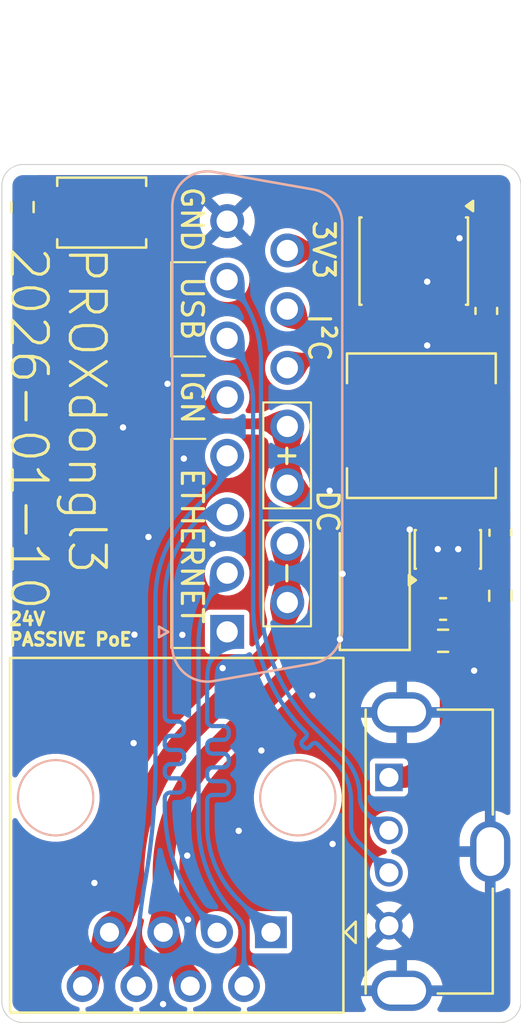
<source format=kicad_pcb>
(kicad_pcb
	(version 20241229)
	(generator "pcbnew")
	(generator_version "9.0")
	(general
		(thickness 1.6)
		(legacy_teardrops no)
	)
	(paper "A4")
	(layers
		(0 "F.Cu" signal)
		(2 "B.Cu" signal)
		(9 "F.Adhes" user "F.Adhesive")
		(11 "B.Adhes" user "B.Adhesive")
		(13 "F.Paste" user)
		(15 "B.Paste" user)
		(5 "F.SilkS" user "F.Silkscreen")
		(7 "B.SilkS" user "B.Silkscreen")
		(1 "F.Mask" user)
		(3 "B.Mask" user)
		(17 "Dwgs.User" user "User.Drawings")
		(19 "Cmts.User" user "User.Comments")
		(21 "Eco1.User" user "User.Eco1")
		(23 "Eco2.User" user "User.Eco2")
		(25 "Edge.Cuts" user)
		(27 "Margin" user)
		(31 "F.CrtYd" user "F.Courtyard")
		(29 "B.CrtYd" user "B.Courtyard")
		(35 "F.Fab" user)
		(33 "B.Fab" user)
		(39 "User.1" user)
		(41 "User.2" user)
		(43 "User.3" user)
		(45 "User.4" user)
	)
	(setup
		(pad_to_mask_clearance 0)
		(allow_soldermask_bridges_in_footprints no)
		(tenting front back)
		(pcbplotparams
			(layerselection 0x00000000_00000000_55555555_5755f5ff)
			(plot_on_all_layers_selection 0x00000000_00000000_00000000_00000000)
			(disableapertmacros no)
			(usegerberextensions yes)
			(usegerberattributes yes)
			(usegerberadvancedattributes yes)
			(creategerberjobfile yes)
			(dashed_line_dash_ratio 12.000000)
			(dashed_line_gap_ratio 3.000000)
			(svgprecision 4)
			(plotframeref no)
			(mode 1)
			(useauxorigin no)
			(hpglpennumber 1)
			(hpglpenspeed 20)
			(hpglpendiameter 15.000000)
			(pdf_front_fp_property_popups yes)
			(pdf_back_fp_property_popups yes)
			(pdf_metadata yes)
			(pdf_single_document no)
			(dxfpolygonmode yes)
			(dxfimperialunits yes)
			(dxfusepcbnewfont yes)
			(psnegative no)
			(psa4output no)
			(plot_black_and_white yes)
			(sketchpadsonfab no)
			(plotpadnumbers no)
			(hidednponfab no)
			(sketchdnponfab yes)
			(crossoutdnponfab yes)
			(subtractmaskfromsilk no)
			(outputformat 1)
			(mirror no)
			(drillshape 0)
			(scaleselection 1)
			(outputdirectory "out/")
		)
	)
	(net 0 "")
	(net 1 "/ETH_DC+")
	(net 2 "/ETH_RX-")
	(net 3 "/ETH_TX+")
	(net 4 "/ETH_DC-")
	(net 5 "/ETH_RX+")
	(net 6 "/ETH_TX-")
	(net 7 "/USB_D-")
	(net 8 "/USB_D+")
	(net 9 "+3V3")
	(net 10 "GND")
	(net 11 "+5V")
	(net 12 "Net-(D1-A)")
	(net 13 "Net-(U1-FB)")
	(net 14 "unconnected-(U1-NC-Pad6)")
	(net 15 "/I2C_SDA")
	(net 16 "/I2C_SCL")
	(net 17 "/IGNITION")
	(net 18 "Net-(SW1-A)")
	(footprint "Connector_USB:USB_A_Molex_105057_Vertical" (layer "F.Cu") (at 111.27 86.93 -90))
	(footprint "Diode_SMD:D_SMA" (layer "F.Cu") (at 110.6 77.405 90))
	(footprint "Resistor_SMD:R_0603_1608Metric" (layer "F.Cu") (at 93.979 60.01 90))
	(footprint "Capacitor_SMD:C_0603_1608Metric" (layer "F.Cu") (at 115.865 64.91 90))
	(footprint "Package_TO_SOT_SMD:SOT-23-6" (layer "F.Cu") (at 114.05 76.1675 180))
	(footprint "Button_Switch_SMD:SW_SPST_TS-1088-xR020" (layer "F.Cu") (at 97.714 60.27))
	(footprint "Capacitor_SMD:C_0603_1608Metric" (layer "F.Cu") (at 113.825 78.98))
	(footprint "Package_SO:SOIC-8_3.9x4.9mm_P1.27mm" (layer "F.Cu") (at 112.44 62.56 -90))
	(footprint "Inductor_SMD:L_APV_APH0630" (layer "F.Cu") (at 112.8 70.33 180))
	(footprint "Resistor_SMD:R_0603_1608Metric" (layer "F.Cu") (at 116.525 78.355 90))
	(footprint "Resistor_SMD:R_0603_1608Metric" (layer "F.Cu") (at 113.825 80.48))
	(footprint "Capacitor_SMD:C_0603_1608Metric" (layer "F.Cu") (at 116.525 75.38 -90))
	(footprint "Connector_RJ:RJ45_OST_PJ012-8P8CX_Vertical" (layer "F.Cu") (at 105.7 94.24 180))
	(footprint "Connector_Dsub:DSUB-15_Socket_Vertical_P2.77x2.84mm" (layer "B.Cu") (at 103.635 80.06 -90))
	(gr_line
		(start 101 80.82)
		(end 101 70.95)
		(stroke
			(width 0.1)
			(type default)
		)
		(layer "F.SilkS")
		(uuid "0cc2ab2c-74f2-411f-82c6-832a9a7896fe")
	)
	(gr_line
		(start 102.61 70.95)
		(end 101 70.95)
		(stroke
			(width 0.1)
			(type solid)
		)
		(layer "F.SilkS")
		(uuid "177e4912-91bc-4a69-8569-05cd61ff109f")
	)
	(gr_line
		(start 100.995 67.06)
		(end 100.995 62.61)
		(stroke
			(width 0.1)
			(type default)
		)
		(layer "F.SilkS")
		(uuid "5b0ec5b3-78ee-477a-9104-f903e417fe50")
	)
	(gr_line
		(start 102.605 62.61)
		(end 100.995 62.61)
		(stroke
			(width 0.1)
			(type solid)
		)
		(layer "F.SilkS")
		(uuid "5f01236e-c490-47dc-b1fd-190417acff3a")
	)
	(gr_line
		(start 102.605 67.06)
		(end 100.995 67.06)
		(stroke
			(width 0.1)
			(type solid)
		)
		(layer "F.SilkS")
		(uuid "91d07bbc-40bf-4d7b-8e15-42c0fcf409d5")
	)
	(gr_rect
		(start 105.34 74.8)
		(end 107.59 79.8)
		(stroke
			(width 0.1)
			(type default)
		)
		(fill no)
		(layer "F.SilkS")
		(uuid "c46d39b6-057f-47d9-9a78-07a8e3aa7563")
	)
	(gr_line
		(start 102.61 80.82)
		(end 101 80.82)
		(stroke
			(width 0.1)
			(type solid)
		)
		(layer "F.SilkS")
		(uuid "df3caf53-bd02-4f23-b1cf-81e1aa6db355")
	)
	(gr_rect
		(start 105.34 69.23)
		(end 107.59 74.23)
		(stroke
			(width 0.1)
			(type default)
		)
		(fill no)
		(layer "F.SilkS")
		(uuid "e4b9bb0f-35a7-4874-8350-6478be42141a")
	)
	(gr_line
		(start 93 97.5)
		(end 93 59)
		(stroke
			(width 0.05)
			(type solid)
		)
		(layer "Edge.Cuts")
		(uuid "0db6ce03-0979-466c-8d70-b73e485d4a8f")
	)
	(gr_line
		(start 117.5 59)
		(end 117.5 97.5)
		(stroke
			(width 0.05)
			(type solid)
		)
		(layer "Edge.Cuts")
		(uuid "10be46f5-97dc-400b-ad24-0b8b87306653")
	)
	(gr_line
		(start 94 58)
		(end 116.5 58)
		(stroke
			(width 0.05)
			(type solid)
		)
		(layer "Edge.Cuts")
		(uuid "413b3a9e-9bd9-4831-9365-cd63dbd28d7f")
	)
	(gr_arc
		(start 116.5 58)
		(mid 117.207107 58.292893)
		(end 117.5 59)
		(stroke
			(width 0.05)
			(type solid)
		)
		(layer "Edge.Cuts")
		(uuid "52b734ef-74dd-43b6-888f-18443ecf54e3")
	)
	(gr_arc
		(start 94 98.5)
		(mid 93.292893 98.207107)
		(end 93 97.5)
		(stroke
			(width 0.05)
			(type solid)
		)
		(layer "Edge.Cuts")
		(uuid "6a17951b-3130-4b4a-9fe8-2b07478bf2be")
	)
	(gr_line
		(start 116.5 98.5)
		(end 94 98.5)
		(stroke
			(width 0.05)
			(type solid)
		)
		(layer "Edge.Cuts")
		(uuid "79c46bbb-04e4-4a4a-967a-27117ae08049")
	)
	(gr_arc
		(start 117.5 97.5)
		(mid 117.207107 98.207107)
		(end 116.5 98.5)
		(stroke
			(width 0.05)
			(type default)
		)
		(layer "Edge.Cuts")
		(uuid "dbd91a20-56fa-46cf-ba01-69e810d4c7e5")
	)
	(gr_arc
		(start 93 59)
		(mid 93.292893 58.292893)
		(end 94 58)
		(stroke
			(width 0.05)
			(type solid)
		)
		(layer "Edge.Cuts")
		(uuid "f40b6dc1-c075-4afe-b6bc-38632a8e4915")
	)
	(gr_text "USB"
		(at 101.39 63.19 270)
		(layer "F.SilkS")
		(uuid "2b9d7f41-d46d-490b-a655-aa5ca50ac4c4")
		(effects
			(font
				(size 1 1)
				(thickness 0.15)
				(bold yes)
			)
			(justify left bottom)
		)
	)
	(gr_text "-"
		(at 105.94 76.61 270)
		(layer "F.SilkS")
		(uuid "44143381-dade-4218-b9c8-f7def15d5858")
		(effects
			(font
				(size 1 0.94)
				(thickness 0.15)
				(bold yes)
			)
			(justify left bottom)
		)
	)
	(gr_text "PROXdongl3\n2026-01-10"
		(at 93.28 61.78 270)
		(layer "F.SilkS")
		(uuid "56a00f68-612a-4d4f-95f6-399a861de7d1")
		(effects
			(font
				(size 1.7 1.7)
				(thickness 0.15)
			)
			(justify left bottom)
		)
	)
	(gr_text "24V\nPASSIVE PoE"
		(at 93.27 80.77 0)
		(layer "F.SilkS")
		(uuid "582ed5dd-8095-4dca-b37e-f8f353222111")
		(effects
			(font
				(size 0.6 0.6)
				(thickness 0.15)
				(bold yes)
			)
			(justify left bottom)
		)
	)
	(gr_text "I²C"
		(at 107.39 64.95 270)
		(layer "F.SilkS")
		(uuid "5d421daf-5679-499d-b23c-e75cc4186d5d")
		(effects
			(font
				(size 1 1)
				(thickness 0.15)
				(bold yes)
			)
			(justify left bottom)
		)
	)
	(gr_text "3V3"
		(at 107.61 60.55 270)
		(layer "F.SilkS")
		(uuid "60c9b601-518e-4641-9840-56eeaaf71726")
		(effects
			(font
				(size 1 1)
				(thickness 0.15)
				(bold yes)
			)
			(justify left bottom)
		)
	)
	(gr_text "GND"
		(at 101.39 58.96 270)
		(layer "F.SilkS")
		(uuid "648b356c-5963-4404-b216-ab881a67eaca")
		(effects
			(font
				(size 1 1)
				(thickness 0.15)
				(bold yes)
			)
			(justify left bottom)
		)
	)
	(gr_text "IGN"
		(at 101.39 67.62 270)
		(layer "F.SilkS")
		(uuid "729df144-8f7f-4b89-8519-9e91a294d667")
		(effects
			(font
				(size 1 1)
				(thickness 0.15)
				(bold yes)
			)
			(justify left bottom)
		)
	)
	(gr_text "+"
		(at 105.94 71.0715 270)
		(layer "F.SilkS")
		(uuid "7cfb75f7-ed72-4d0f-976a-27f12c6e54e5")
		(effects
			(font
				(size 1 0.94)
				(thickness 0.15)
				(bold yes)
			)
			(justify left bottom)
		)
	)
	(gr_text "DC"
		(at 107.79 73.27 270)
		(layer "F.SilkS")
		(uuid "9f6fe7f5-5953-470d-802c-f7984731a8d8")
		(effects
			(font
				(size 1 1)
				(thickness 0.15)
				(bold yes)
			)
			(justify left bottom)
		)
	)
	(gr_text "ETHERNET"
		(at 101.39 72.24 270)
		(layer "F.SilkS")
		(uuid "c6e6abf7-54bf-4756-b2d8-5f40513ec6a8")
		(effects
			(font
				(size 1 1)
				(thickness 0.15)
				(bold yes)
			)
			(justify left bottom)
		)
	)
	(segment
		(start 93.979 60.835)
		(end 93.979 60.844786)
		(width 0.5)
		(layer "F.Cu")
		(net 1)
		(uuid "38cbf0a9-6306-4a57-ae2d-38c7408aa43e")
	)
	(segment
		(start 100.773917 70.239501)
		(end 106.349501 70.239501)
		(width 0.5)
		(layer "F.Cu")
		(net 1)
		(uuid "628e8905-508e-403c-98e9-016084f08659")
	)
	(segment
		(start 101.89 96.78)
		(end 100.62 94.24)
		(width 1)
		(layer "F.Cu")
		(net 1)
		(uuid "65e279f1-e035-414d-bd20-5cad03063a3e")
	)
	(segment
		(start 100.62 94.24)
		(end 100.619981 91.414486)
		(width 1)
		(layer "F.Cu")
		(net 1)
		(uuid "68df646b-f523-455b-95e6-684a0637ec89")
	)
	(segment
		(start 94.271893 61.551893)
		(end 94.627107 61.907107)
		(width 0.5)
		(layer "F.Cu")
		(net 1)
		(uuid "6a136649-5919-473b-af54-06e0cc94fa5e")
	)
	(segment
		(start 99.08 63.2)
		(end 99.08 68.486188)
		(width 0.5)
		(layer "F.Cu")
		(net 1)
		(uuid "73374b36-e105-4534-a128-d57a53106acd")
	)
	(segment
		(start 106.148049 82.551951)
		(end 102.977769 85.722231)
		(width 1)
		(layer "F.Cu")
		(net 1)
		(uuid "8bb20d5d-e6b2-4dcc-aaaf-7c7e9cc78f43")
	)
	(segment
		(start 106.35 70.24)
		(end 102.36 70.24)
		(width 0.5)
		(layer "F.Cu")
		(net 1)
		(uuid "aa00257d-fae1-46bc-b820-88980d9dd262")
	)
	(segment
		(start 108.02 76.162676)
		(end 108.02 78.032661)
		(width 1)
		(layer "F.Cu")
		(net 1)
		(uuid "c24ee08f-1b25-4d00-9423-37255f37ee57")
	)
	(segment
		(start 95.334214 62.2)
		(end 98.08 62.2)
		(width 0.5)
		(layer "F.Cu")
		(net 1)
		(uuid "c7ac6d1e-6bb1-48c3-82bd-63afa03af552")
	)
	(segment
		(start 106.475 73.135)
		(end 106.97159 73.63159)
		(width 1)
		(layer "F.Cu")
		(net 1)
		(uuid "dbbc3d9a-a257-498c-b083-642efc89eb9a")
	)
	(segment
		(start 106.349501 70.239501)
		(end 106.475 70.365)
		(width 0.5)
		(layer "F.Cu")
		(net 1)
		(uuid "e5cf277c-769b-471e-b518-0545e9fe524c")
	)
	(segment
		(start 106.475 70.365)
		(end 106.475 73.135)
		(width 1)
		(layer "F.Cu")
		(net 1)
		(uuid "f61813f0-8421-4699-be2d-289f52eb3503")
	)
	(segment
		(start 106.475 70.365)
		(end 106.35 70.24)
		(width 0.5)
		(layer "F.Cu")
		(net 1)
		(uuid "fc547050-f9df-4b2c-ae7f-c84c676bb834")
	)
	(arc
		(start 93.979 60.844786)
		(mid 94.05512 61.22747)
		(end 94.271893 61.551893)
		(width 0.5)
		(layer "F.Cu")
		(net 1)
		(uuid "02483d89-12aa-41c0-b9a9-18bc067ffd9b")
	)
	(arc
		(start 94.627107 61.907107)
		(mid 94.951531 62.12388)
		(end 95.334214 62.2)
		(width 0.5)
		(layer "F.Cu")
		(net 1)
		(uuid "155181b1-ec6f-46e8-82bc-e83717d1a07f")
	)
	(arc
		(start 100.619981 91.414486)
		(mid 101.23274 88.33386)
		(end 102.977769 85.722231)
		(width 1)
		(layer "F.Cu")
		(net 1)
		(uuid "2f5c6df8-a155-4f0d-924c-cfe6ddff7dba")
	)
	(arc
		(start 98.08 62.2)
		(mid 98.787107 62.492893)
		(end 99.08 63.2)
		(width 0.5)
		(layer "F.Cu")
		(net 1)
		(uuid "401a5779-e1da-446b-b8fb-d15a1d56a7a4")
	)
	(arc
		(start 99.08 68.486188)
		(mid 99.572684 69.70497)
		(end 100.773917 70.239501)
		(width 0.5)
		(layer "F.Cu")
		(net 1)
		(uuid "4c9cc412-15fc-44ed-8091-37e61ae4348b")
	)
	(arc
		(start 106.148049 82.551951)
		(mid 107.533496 80.478483)
		(end 108.02 78.032661)
		(width 1)
		(layer "F.Cu")
		(net 1)
		(uuid "636ae264-7cd8-4d58-8a53-477b3c3bdfed")
	)
	(arc
		(start 106.97159 73.63159)
		(mid 107.747527 74.792862)
		(end 108.02 76.162676)
		(width 1)
		(layer "F.Cu")
		(net 1)
		(uuid "dfc4f6f1-f9d9-4de0-a344-3c28eab780e5")
	)
	(segment
		(start 102.959734 73.380266)
		(end 101.976779 74.363221)
		(width 0.2)
		(layer "B.Cu")
		(net 2)
		(uuid "0db1b006-718c-4ed0-9102-09b838625674")
	)
	(segment
		(start 99.35 96.573614)
		(end 99.35 96.78)
		(width 0.2)
		(layer "B.Cu")
		(net 2)
		(uuid "925a6a3d-6a0b-45c2-8f5e-6e489be9722a")
	)
	(segment
		(start 100.25 78.532035)
		(end 100.25 86.268429)
		(width 0.2)
		(layer "B.Cu")
		(net 2)
		(uuid "ae9fd910-bfa6-4d5d-b3f4-e62bb0390227")
	)
	(segment
		(start 99.766702 91.809428)
		(end 99.764398 91.822533)
		(width 0.2)
		(layer "B.Cu")
		(net 2)
		(uuid "c8412d08-53cd-4fed-9b78-407f2036a920")
	)
	(arc
		(start 99.764398 91.822533)
		(mid 99.453795 94.189054)
		(end 99.35 96.573614)
		(width 0.2)
		(layer "B.Cu")
		(net 2)
		(uuid "227ff391-ef95-4492-bd08-29f79c7905eb")
	)
	(arc
		(start 101.976779 74.363221)
		(mid 100.698775 76.275889)
		(end 100.25 78.532035)
		(width 0.2)
		(layer "B.Cu")
		(net 2)
		(uuid "38e79fb7-8cd9-4622-8d04-29235557e177")
	)
	(arc
		(start 103.635 71.75)
		(mid 103.459504 72.632307)
		(end 102.959734 73.380266)
		(width 0.2)
		(layer "B.Cu")
		(net 2)
		(uuid "d32bbcc1-72b1-499a-b4d9-3af7c7a3195c")
	)
	(arc
		(start 100.25 86.268429)
		(mid 100.128946 89.049447)
		(end 99.766702 91.809428)
		(width 0.2)
		(layer "B.Cu")
		(net 2)
		(uuid "ff602e36-cfa4-43de-8da2-a02160306c94")
	)
	(segment
		(start 103.71 86.066794)
		(end 103.71 86.196794)
		(width 0.2)
		(layer "B.Cu")
		(net 3)
		(uuid "0d524520-c8cb-48f8-8669-5255102bedc0")
	)
	(segment
		(start 103.45 87.756794)
		(end 102.95 87.756794)
		(width 0.2)
		(layer "B.Cu")
		(net 3)
		(uuid "1d91bfaa-0342-4223-b4cb-17739996a899")
	)
	(segment
		(start 104.159495 92.699495)
		(end 105.7 94.24)
		(width 0.2)
		(layer "B.Cu")
		(net 3)
		(uuid "37de5b7d-0dae-4bd0-9a91-8ab6c4f606d4")
	)
	(segment
		(start 102.95 84.506794)
		(end 103.45 84.506794)
		(width 0.2)
		(layer "B.Cu")
		(net 3)
		(uuid "482787f2-26c7-4a6c-a73e-bb66330785ff")
	)
	(segment
		(start 102.69 85.416794)
		(end 102.69 85.546794)
		(width 0.2)
		(layer "B.Cu")
		(net 3)
		(uuid "54eda247-c721-4bd2-b675-6135d2e02fba")
	)
	(segment
		(start 103.45 86.456794)
		(end 102.95 86.456794)
		(width 0.2)
		(layer "B.Cu")
		(net 3)
		(uuid "5fa91da3-0d25-45e4-a4ae-d5acd478a7c1")
	)
	(segment
		(start 102.69 86.716794)
		(end 102.69 86.846794)
		(width 0.2)
		(layer "B.Cu")
		(net 3)
		(uuid "7dfa8a3a-e9a0-4876-a414-4a0b402b5eee")
	)
	(segment
		(start 102.69 88.62)
		(end 102.69 89.151819)
		(width 0.2)
		(layer "B.Cu")
		(net 3)
		(uuid "86db7265-a34d-4fe6-a1fe-36da3154e1ff")
	)
	(segment
		(start 103.45 85.156794)
		(end 102.95 85.156794)
		(width 0.2)
		(layer "B.Cu")
		(net 3)
		(uuid "9cd48030-0fc0-4606-b401-b226b50c976c")
	)
	(segment
		(start 103.71 84.766794)
		(end 103.71 84.896794)
		(width 0.2)
		(layer "B.Cu")
		(net 3)
		(uuid "9fe3e9b1-341b-4d49-89ed-172b7056123c")
	)
	(segment
		(start 102.95 85.806794)
		(end 103.45 85.806794)
		(width 0.2)
		(layer "B.Cu")
		(net 3)
		(uuid "a0db5f3d-dd71-412a-908a-5fc9e05fe3db")
	)
	(segment
		(start 103.71 87.366794)
		(end 103.71 87.496794)
		(width 0.2)
		(layer "B.Cu")
		(net 3)
		(uuid "bffe1e5c-e78d-42c4-b83e-ddf45c223c19")
	)
	(segment
		(start 102.69 88.146794)
		(end 102.69 88.62)
		(width 0.2)
		(layer "B.Cu")
		(net 3)
		(uuid "c53f7942-ff18-4e85-b49e-21d6a85be965")
	)
	(segment
		(start 102.95 87.106794)
		(end 103.45 87.106794)
		(width 0.2)
		(layer "B.Cu")
		(net 3)
		(uuid "cf4ff313-764f-41f3-b77d-e3fbf30beb33")
	)
	(segment
		(start 102.69 82.341315)
		(end 102.69 84.246794)
		(width 0.2)
		(layer "B.Cu")
		(net 3)
		(uuid "ddadbcde-75d9-46aa-8b2c-5f7bb5b9c4e8")
	)
	(segment
		(start 102.69 88.016794)
		(end 102.69 88.146794)
		(width 0.2)
		(layer "B.Cu")
		(net 3)
		(uuid "edb4b68d-0213-4786-a339-8a9201956d96")
	)
	(segment
		(start 105.61 94.1)
		(end 105.5 93.99)
		(width 0.2)
		(layer "B.Cu")
		(net 3)
		(uuid "ee570994-3e94-4237-bd5c-cfcc1aedb572")
	)
	(arc
		(start 102.95 87.756794)
		(mid 102.766152 87.832946)
		(end 102.69 88.016794)
		(width 0.2)
		(layer "B.Cu")
		(net 3)
		(uuid "0d4a7f4f-db57-4aee-bd68-a95b5474cc84")
	)
	(arc
		(start 102.69 84.246794)
		(mid 102.766152 84.430642)
		(end 102.95 84.506794)
		(width 0.2)
		(layer "B.Cu")
		(net 3)
		(uuid "126e75f8-ce63-49a7-8bb6-e6e6f1b63107")
	)
	(arc
		(start 103.635 80.06)
		(mid 102.935577 81.10672)
		(end 102.69 82.341315)
		(width 0.2)
		(layer "B.Cu")
		(net 3)
		(uuid "26759449-bd32-41cd-ac3f-5de683d0e5a0")
	)
	(arc
		(start 103.45 85.806794)
		(mid 103.633848 85.882946)
		(end 103.71 86.066794)
		(width 0.2)
		(layer "B.Cu")
		(net 3)
		(uuid "27e13cb0-65c3-4310-ae67-9d2d595a3572")
	)
	(arc
		(start 102.69 86.846794)
		(mid 102.766152 87.030642)
		(end 102.95 87.106794)
		(width 0.2)
		(layer "B.Cu")
		(net 3)
		(uuid "4bb5fa58-f1b5-4c53-94d5-566b091cc783")
	)
	(arc
		(start 103.45 84.506794)
		(mid 103.633848 84.582946)
		(end 103.71 84.766794)
		(width 0.2)
		(layer "B.Cu")
		(net 3)
		(uuid "5a24ab2b-d7ea-40b7-a700-d9a1856a9c43")
	)
	(arc
		(start 103.45 87.106794)
		(mid 103.633848 87.182946)
		(end 103.71 87.366794)
		(width 0.2)
		(layer "B.Cu")
		(net 3)
		(uuid "86deaf2f-ec57-4202-83ff-0587adc21320")
	)
	(arc
		(start 102.95 86.456794)
		(mid 102.766152 86.532946)
		(end 102.69 86.716794)
		(width 0.2)
		(layer "B.Cu")
		(net 3)
		(uuid "ab8ab6ac-1dbc-4c1f-9e6a-bf3ee8312240")
	)
	(arc
		(start 103.71 86.196794)
		(mid 103.633848 86.380642)
		(end 103.45 86.456794)
		(width 0.2)
		(layer "B.Cu")
		(net 3)
		(uuid "bb3678ec-69c8-43fa-bcd0-08e97885f6a3")
	)
	(arc
		(start 102.69 85.546794)
		(mid 102.766152 85.730642)
		(end 102.95 85.806794)
		(width 0.2)
		(layer "B.Cu")
		(net 3)
		(uuid "bce13fd2-ea3a-41aa-8c8b-d218c752909a")
	)
	(arc
		(start 103.71 84.896794)
		(mid 103.633848 85.080642)
		(end 103.45 85.156794)
		(width 0.2)
		(layer "B.Cu")
		(net 3)
		(uuid "cc1e9902-39c8-423e-8d3e-96b6010b504a")
	)
	(arc
		(start 102.95 85.156794)
		(mid 102.766152 85.232946)
		(end 102.69 85.416794)
		(width 0.2)
		(layer "B.Cu")
		(net 3)
		(uuid "d5353582-6475-4700-a648-291eb8c72065")
	)
	(arc
		(start 102.69 89.151819)
		(mid 103.071909 91.071807)
		(end 104.159495 92.699495)
		(width 0.2)
		(layer "B.Cu")
		(net 3)
		(uuid "d6759925-6f16-45bc-82a3-bce82cf5d563")
	)
	(arc
		(start 103.71 87.496794)
		(mid 103.633848 87.680642)
		(end 103.45 87.756794)
		(width 0.2)
		(layer "B.Cu")
		(net 3)
		(uuid "e016581d-b2f1-4976-ac8e-cb6a27a301a1")
	)
	(segment
		(start 106.475 75.905)
		(end 106.475 78.675)
		(width 1)
		(layer "F.Cu")
		(net 4)
		(uuid "495b64f6-d6fd-4bfc-87c0-881f112ceaf2")
	)
	(segment
		(start 102.068143 84.611857)
		(end 105.393161 81.286839)
		(width 1)
		(layer "F.Cu")
		(net 4)
		(uuid "569f1f33-0a64-441c-a519-c88c1c438643")
	)
	(segment
		(start 96.81 96.78)
		(end 98.08 94.24)
		(width 1)
		(layer "F.Cu")
		(net 4)
		(uuid "77920e51-e478-4aea-a9fe-05f3d75d6005")
	)
	(arc
		(start 106.475 78.675)
		(mid 106.193839 80.088539)
		(end 105.393161 81.286839)
		(width 1)
		(layer "F.Cu")
		(net 4)
		(uuid "82648482-1ec9-42f4-ad40-2278378fc22e")
	)
	(arc
		(start 99.22 91.487836)
		(mid 99.960208 87.766603)
		(end 102.068143 84.611857)
		(width 1)
		(layer "F.Cu")
		(net 4)
		(uuid "8322bfbf-5413-4fe4-94f4-8bc438cd15af")
	)
	(arc
		(start 99.22 91.487836)
		(mid 98.923731 92.977281)
		(end 98.08 94.24)
		(width 1)
		(layer "F.Cu")
		(net 4)
		(uuid "c133f9ac-fd3c-4f08-abff-2863b96cbf90")
	)
	(segment
		(start 101.332 86.973795)
		(end 100.958 86.973795)
		(width 0.2)
		(layer "B.Cu")
		(net 5)
		(uuid "02c175fd-50fe-4383-80bc-d5cdf1a27038")
	)
	(segment
		(start 101.332 84.293795)
		(end 100.958 84.293795)
		(width 0.2)
		(layer "B.Cu")
		(net 5)
		(uuid "2710868d-54f1-45c7-8376-044e6d2cac07")
	)
	(segment
		(start 100.69 84.025795)
		(end 100.69 83.891795)
		(width 0.2)
		(layer "B.Cu")
		(net 5)
		(uuid "28288c2a-5125-4180-a382-9b20bf6bd291")
	)
	(segment
		(start 101.6 87.375795)
		(end 101.6 87.241795)
		(width 0.2)
		(layer "B.Cu")
		(net 5)
		(uuid "2e33a2fe-0094-48f7-b3d2-965fa45234d8")
	)
	(segment
		(start 100.69 83.84)
		(end 100.69 78.487542)
		(width 0.2)
		(layer "B.Cu")
		(net 5)
		(uuid "30745e66-4001-4ce4-95b7-a90a1e26d3fb")
	)
	(segment
		(start 100.958 84.963795)
		(end 101.332 84.963795)
		(width 0.2)
		(layer "B.Cu")
		(net 5)
		(uuid "4c9147bb-81cd-47ff-999d-042b29c27ebb")
	)
	(segment
		(start 101.6 84.695795)
		(end 101.6 84.561795)
		(width 0.2)
		(layer "B.Cu")
		(net 5)
		(uuid "50dcaa9f-d324-467d-a03f-4642c366dcad")
	)
	(segment
		(start 100.69 88.276906)
		(end 100.69 87.911795)
		(width 0.2)
		(layer "B.Cu")
		(net 5)
		(uuid "6212996d-8e56-428f-add5-4b62f0bb4463")
	)
	(segment
		(start 100.69 86.705795)
		(end 100.69 86.571795)
		(width 0.2)
		(layer "B.Cu")
		(net 5)
		(uuid "6cc32e6e-e902-45f2-b14c-3031a0920f6f")
	)
	(segment
		(start 102.919187 74.52)
		(end 103.635 74.52)
		(width 0.2)
		(layer "B.Cu")
		(net 5)
		(uuid "7551db71-4bf6-45b6-8581-9e45a533f774")
	)
	(segment
		(start 101.6 86.035795)
		(end 101.6 85.901795)
		(width 0.2)
		(layer "B.Cu")
		(net 5)
		(uuid "76dd876a-505d-4114-a1fc-51cfe3eba035")
	)
	(segment
		(start 101.332 85.633795)
		(end 100.958 85.633795)
		(width 0.2)
		(layer "B.Cu")
		(net 5)
		(uuid "98926a7d-9a8e-4e1a-a003-d59fbb0d9e10")
	)
	(segment
		(start 100.69 83.891795)
		(end 100.69 83.84)
		(width 0.2)
		(layer "B.Cu")
		(net 5)
		(uuid "a2a250b9-dae1-4e87-a87d-6d744786c683")
	)
	(segment
		(start 100.958 87.643795)
		(end 101.332 87.643795)
		(width 0.2)
		(layer "B.Cu")
		(net 5)
		(uuid "a8d36ac8-3886-477e-b685-88b305c7268f")
	)
	(segment
		(start 100.69 85.365795)
		(end 100.69 85.231795)
		(width 0.2)
		(layer "B.Cu")
		(net 5)
		(uuid "a9bad550-5a7d-414b-8e69-0f735961920b")
	)
	(segment
		(start 100.958 86.303795)
		(end 101.332 86.303795)
		(width 0.2)
		(layer "B.Cu")
		(net 5)
		(uuid "b211b6e5-15d0-491f-b6b6-1c4357c2a68e")
	)
	(arc
		(start 100.958 84.293795)
		(mid 100.768495 84.2153)
		(end 100.69 84.025795)
		(width 0.2)
		(layer "B.Cu")
		(net 5)
		(uuid "1d9d617f-d887-47dd-9c25-9684aa285c34")
	)
	(arc
		(start 101.6 87.241795)
		(mid 101.521505 87.05229)
		(end 101.332 86.973795)
		(width 0.2)
		(layer "B.Cu")
		(net 5)
		(uuid "1e06cc8e-8e62-4c82-b0b4-ca3e43028351")
	)
	(arc
		(start 101.6 84.561795)
		(mid 101.521505 84.37229)
		(end 101.332 84.293795)
		(width 0.2)
		(layer "B.Cu")
		(net 5)
		(uuid "29a802a0-0980-4083-a0dc-5565297f031a")
	)
	(arc
		(start 101.332 84.963795)
		(mid 101.521505 84.8853)
		(end 101.6 84.695795)
		(width 0.2)
		(layer "B.Cu")
		(net 5)
		(uuid "3bc802bb-ba9c-42a6-adca-3a3cac7e5902")
	)
	(arc
		(start 100.69 86.571795)
		(mid 100.768495 86.38229)
		(end 100.958 86.303795)
		(width 0.2)
		(layer "B.Cu")
		(net 5)
		(uuid "465d5bbe-7438-4f7f-91a1-7abea87aca62")
	)
	(arc
		(start 101.6 85.901795)
		(mid 101.521505 85.71229)
		(end 101.332 85.633795)
		(width 0.2)
		(layer "B.Cu")
		(net 5)
		(uuid "48508ed4-c6f1-485a-816e-193f2e8efd88")
	)
	(arc
		(start 100.958 85.633795)
		(mid 100.768495 85.5553)
		(end 100.69 85.365795)
		(width 0.2)
		(layer "B.Cu")
		(net 5)
		(uuid "4d1a636d-1d0f-40f4-bd40-35ef3801f0ba")
	)
	(arc
		(start 100.69 87.911795)
		(mid 100.768495 87.72229)
		(end 100.958 87.643795)
		(width 0.2)
		(layer "B.Cu")
		(net 5)
		(uuid "5194f568-9038-430e-87e9-15a87d977b36")
	)
	(arc
		(start 100.958 86.973795)
		(mid 100.768495 86.8953)
		(end 100.69 86.705795)
		(width 0.2)
		(layer "B.Cu")
		(net 5)
		(uuid "59e1f990-118e-4824-9747-0023822e75b8")
	)
	(arc
		(start 103.16 94.24)
		(mid 101.331929 91.504104)
		(end 100.69 88.276906)
		(width 0.2)
		(layer "B.Cu")
		(net 5)
		(uuid "83436f92-3b31-4cd5-8296-b12285c75b7d")
	)
	(arc
		(start 101.332 87.643795)
		(mid 101.521505 87.5653)
		(end 101.6 87.375795)
		(width 0.2)
		(layer "B.Cu")
		(net 5)
		(uuid "86183e08-f318-4984-9bb5-8a63cf172853")
	)
	(arc
		(start 100.69 85.231795)
		(mid 100.768495 85.04229)
		(end 100.958 84.963795)
		(width 0.2)
		(layer "B.Cu")
		(net 5)
		(uuid "90810bd1-d3fd-49b2-8113-d5dd64af24b2")
	)
	(arc
		(start 100.69 78.487542)
		(mid 101.085576 76.498852)
		(end 102.212107 74.812893)
		(width 0.2)
		(layer "B.Cu")
		(net 5)
		(uuid "abe1c560-47a8-4b08-b768-44a6e8570e33")
	)
	(arc
		(start 101.332 86.303795)
		(mid 101.521505 86.2253)
		(end 101.6 86.035795)
		(width 0.2)
		(layer "B.Cu")
		(net 5)
		(uuid "c9fa4d4e-8963-4bd1-9f7b-c6b3231b8fe4")
	)
	(arc
		(start 102.212107 74.812893)
		(mid 102.536528 74.596116)
		(end 102.919187 74.52)
		(width 0.2)
		(layer "B.Cu")
		(net 5)
		(uuid "e45e1212-f841-44bf-b69b-64660897477a")
	)
	(segment
		(start 104.43 96.78)
		(end 104.43 94.244214)
		(width 0.2)
		(layer "B.Cu")
		(net 6)
		(uuid "32e4a5bd-7798-4cc3-9f42-3c933abf231f")
	)
	(segment
		(start 102.284 89.063388)
		(end 102.284 80.551557)
		(width 0.2)
		(layer "B.Cu")
		(net 6)
		(uuid "b943d330-388f-4034-932e-d137a5c0b294")
	)
	(arc
		(start 104.137107 93.537107)
		(mid 102.765593 91.484518)
		(end 102.284 89.063388)
		(width 0.2)
		(layer "B.Cu")
		(net 6)
		(uuid "60873f6d-9d09-487e-9e6a-ca680a6ab141")
	)
	(arc
		(start 102.284 80.551557)
		(mid 102.635105 78.786432)
		(end 103.635 77.29)
		(width 0.2)
		(layer "B.Cu")
		(net 6)
		(uuid "8c9932ef-5ddd-4bb4-84ff-7756bfc5e170")
	)
	(arc
		(start 104.43 94.244214)
		(mid 104.35388 93.86153)
		(end 104.137107 93.537107)
		(width 0.2)
		(layer "B.Cu")
		(net 6)
		(uuid "b59cfc2f-3b20-4d75-8109-7ab11ff57827")
	)
	(segment
		(start 111.27 89.43)
		(end 111.04 89.43)
		(width 0.2)
		(layer "B.Cu")
		(net 7)
		(uuid "4922fa01-3a4e-4a5f-aa6d-0a279cb95e9d")
	)
	(segment
		(start 111.04 89.43)
		(end 110.192893 88.582893)
		(width 0.2)
		(layer "B.Cu")
		(net 7)
		(uuid "5a54581d-6eef-4c3d-b742-7ebfb6fbf12e")
	)
	(segment
		(start 105.23 78.459199)
		(end 105.23 67.290686)
		(width 0.2)
		(layer "B.Cu")
		(net 7)
		(uuid "640fd669-658b-4260-855d-bfb633bbc5d6")
	)
	(segment
		(start 109.082747 85.902747)
		(end 107.769081 84.589081)
		(width 0.2)
		(layer "B.Cu")
		(net 7)
		(uuid "6cb25b9d-0771-4d57-9524-7fabc0651697")
	)
	(arc
		(start 103.635 63.44)
		(mid 104.815471 65.206704)
		(end 105.23 67.290686)
		(width 0.2)
		(layer "B.Cu")
		(net 7)
		(uuid "0f20011f-5c18-496f-8920-32816c2c4eb1")
	)
	(arc
		(start 110.192893 88.582893)
		(mid 109.97612 88.25847)
		(end 109.9 87.875786)
		(width 0.2)
		(layer "B.Cu")
		(net 7)
		(uuid "167627a0-a122-4bca-a5c6-f776bb1bffbf")
	)
	(arc
		(start 105.23 78.459199)
		(mid 105.889886 81.776668)
		(end 107.769081 84.589081)
		(width 0.2)
		(layer "B.Cu")
		(net 7)
		(uuid "80f33a38-9c1c-4075-b8fe-a7fceaaa98cd")
	)
	(arc
		(start 109.9 87.875786)
		(mid 109.687603 86.807979)
		(end 109.082747 85.902747)
		(width 0.2)
		(layer "B.Cu")
		(net 7)
		(uuid "f1559111-b09b-4402-9821-88f9fef9cf56")
	)
	(segment
		(start 107.192264 85.444223)
		(end 107.253075 85.505034)
		(width 0.2)
		(layer "B.Cu")
		(net 8)
		(uuid "0d6dd22a-fcbd-4dbb-bf23-0516da831f73")
	)
	(segment
		(start 108.630164 86.090164)
		(end 108.745824 86.205824)
		(width 0.2)
		(layer "B.Cu")
		(net 8)
		(uuid "25cd6b82-64ab-4434-aab4-ffd8d0cf3c5f")
	)
	(segment
		(start 107.496319 85.505034)
		(end 107.649054 85.352298)
		(width 0.2)
		(layer "B.Cu")
		(net 8)
		(uuid "2dc06399-4d59-47be-8b27-db4bd0dc4182")
	)
	(segment
		(start 107.953111 85.413111)
		(end 108.550164 86.010164)
		(width 0.2)
		(layer "B.Cu")
		(net 8)
		(uuid "5a48a8b2-f253-4e51-bc93-0297114ef8c4")
	)
	(segment
		(start 107.345 85.048244)
		(end 107.192264 85.200979)
		(width 0.2)
		(layer "B.Cu")
		(net 8)
		(uuid "831ffc5a-1565-44c5-827d-1a908941d622")
	)
	(segment
		(start 109.479997 87.978268)
		(end 109.48 89.225786)
		(width 0.2)
		(layer "B.Cu")
		(net 8)
		(uuid "917fcd69-37de-46ca-a7d2-ca6d7300068d")
	)
	(segment
		(start 109.772893 89.932893)
		(end 111.27 91.43)
		(width 0.2)
		(layer "B.Cu")
		(net 8)
		(uuid "a9c2b4d7-7662-45cd-8427-b91a76e27cd2")
	)
	(segment
		(start 108.550164 86.010164)
		(end 108.630164 86.090164)
		(width 0.2)
		(layer "B.Cu")
		(net 8)
		(uuid "d1a13e12-ba86-4d0a-ab1a-2ecd5e6143ae")
	)
	(segment
		(start 107.892298 85.352298)
		(end 107.953111 85.413111)
		(width 0.2)
		(layer "B.Cu")
		(net 8)
		(uuid "d78b566d-f913-4be9-94c3-3b50f9f296fb")
	)
	(segment
		(start 104.86 69.167312)
		(end 104.86 78.810164)
		(width 0.2)
		(layer "B.Cu")
		(net 8)
		(uuid "dd3e3833-a48f-4c35-973d-99d460f5bc18")
	)
	(segment
		(start 107.341844 84.801844)
		(end 107.345 84.805)
		(width 0.2)
		(layer "B.Cu")
		(net 8)
		(uuid "f1cb2714-ca3e-43bd-8282-3c8d43b5dc9d")
	)
	(arc
		(start 103.635 66.21)
		(mid 104.541651 67.566864)
		(end 104.86 69.167312)
		(width 0.2)
		(layer "B.Cu")
		(net 8)
		(uuid "30e402c1-0153-4149-a6e5-ddc637c24238")
	)
	(arc
		(start 107.649054 85.352298)
		(mid 107.770676 85.301921)
		(end 107.892298 85.352298)
		(width 0.2)
		(layer "B.Cu")
		(net 8)
		(uuid "40a2f6d0-6e00-4286-a11a-822c775ca659")
	)
	(arc
		(start 104.86 78.810164)
		(mid 105.505006 82.052829)
		(end 107.341844 84.801844)
		(width 0.2)
		(layer "B.Cu")
		(net 8)
		(uuid "9400db22-d9ad-4ebd-8c71-5bbdfa4d0451")
	)
	(arc
		(start 107.345 84.805)
		(mid 107.395377 84.926622)
		(end 107.345 85.048244)
		(width 0.2)
		(layer "B.Cu")
		(net 8)
		(uuid "a5027993-2f76-4ad5-ac97-dd84e14ffa35")
	)
	(arc
		(start 109.48 89.225786)
		(mid 109.55612 89.608469)
		(end 109.772893 89.932893)
		(width 0.2)
		(layer "B.Cu")
		(net 8)
		(uuid "af4828f6-2ec4-42c3-a3e0-d2c48b090c89")
	)
	(arc
		(start 108.745824 86.205824)
		(mid 109.28919 87.019028)
		(end 109.479997 87.978268)
		(width 0.2)
		(layer "B.Cu")
		(net 8)
		(uuid "c2af5d93-1cdd-4c87-861e-6e454d15d65c")
	)
	(arc
		(start 107.253075 85.505034)
		(mid 107.374697 85.555411)
		(end 107.496319 85.505034)
		(width 0.2)
		(layer "B.Cu")
		(net 8)
		(uuid "e28e8221-3dea-4c6c-a5aa-d6d0cf01f9ae")
	)
	(arc
		(start 107.192264 85.200979)
		(mid 107.141887 85.322601)
		(end 107.192264 85.444223)
		(width 0.2)
		(layer "B.Cu")
		(net 8)
		(uuid "ef70db5a-26dd-4551-81e8-f8a59ca60ee3")
	)
	(segment
		(start 115.825 70.33)
		(end 115.825 73.905)
		(width 0.8)
		(layer "F.Cu")
		(net 9)
		(uuid "02d1fe67-f3a4-46d1-af6d-960598de9504")
	)
	(segment
		(start 114.345 65.035)
		(end 115.532107 66.222107)
		(width 0.6)
		(layer "F.Cu")
		(net 9)
		(uuid "0861a668-ee5b-4cb5-98d6-0ffa2ac9e173")
	)
	(segment
		(start 113.060786 62.055)
		(end 106.475 62.055)
		(width 0.6)
		(layer "F.Cu")
		(net 9)
		(uuid "0c4e3e7a-ab8b-4e84-ade2-da4c04070e5d")
	)
	(segment
		(start 115.865 70.29)
		(end 115.825 70.33)
		(width 0.8)
		(layer "F.Cu")
		(net 9)
		(uuid "119cfd79-dc51-4cb7-8f84-9d8cadcf19af")
	)
	(segment
		(start 114.05 75.03)
		(end 115 75.03)
		(width 0.6)
		(layer "F.Cu")
		(net 9)
		(uuid "2492e7e2-fe6f-4215-b9b8-165433f621da")
	)
	(segment
		(start 116.525 74.605)
		(end 116.025905 74.605)
		(width 0.6)
		(layer "F.Cu")
		(net 9)
		(uuid "33d1a2ea-c14c-43f7-9fba-887cd23adffb")
	)
	(segment
		(start 115.825 70.33)
		(end 115.825 74.205)
		(width 0.8)
		(layer "F.Cu")
		(net 9)
		(uuid "4d50e905-f1a1-4a47-b347-ef0060d2ac37")
	)
	(segment
		(start 114.702107 65.392107)
		(end 114.345 65.035)
		(width 0.6)
		(layer "F.Cu")
		(net 9)
		(uuid "6cd811cf-b59a-42e8-ad44-48b10bae255f")
	)
	(segment
		(start 115.825 73.905)
		(end 116.525 74.605)
		(width 0.8)
		(layer "F.Cu")
		(net 9)
		(uuid "8316862f-1848-45fe-8ee4-ff0607c04b26")
	)
	(segment
		(start 115.825 74.205)
		(end 115 75.03)
		(width 0.8)
		(layer "F.Cu")
		(net 9)
		(uuid "86b1f74e-f1e5-4132-b9df-dadd86a968fd")
	)
	(segment
		(start 115.865 65.685)
		(end 115.865 70.29)
		(width 0.8)
		(layer "F.Cu")
		(net 9)
		(uuid "8ac23e66-0892-417d-bbe5-45267b6c00ae")
	)
	(segment
		(start 114.050599 74.7292)
		(end 115.000599 74.7292)
		(width 0.6)
		(layer "F.Cu")
		(net 9)
		(uuid "8f07fb61-73d2-42d5-bef1-6e430c1d4e87")
	)
	(segment
		(start 114.345 65.035)
		(end 114.345 63.339214)
		(width 0.6)
		(layer "F.Cu")
		(net 9)
		(uuid "93320c08-612e-4069-9568-e54fbbc8d0bb")
	)
	(segment
		(start 115.865 65.685)
		(end 115.409214 65.685)
		(width 0.6)
		(layer "F.Cu")
		(net 9)
		(uuid "d9aa1cef-2031-4482-b3d4-3f27d4858bc7")
	)
	(segment
		(start 115.825 66.929214)
		(end 115.825 70.33)
		(width 0.6)
		(layer "F.Cu")
		(net 9)
		(uuid "de1d771d-4b49-4356-a816-f430e8c55e61")
	)
	(segment
		(start 114.050599 75.33708)
		(end 115.000599 75.33708)
		(width 0.6)
		(layer "F.Cu")
		(net 9)
		(uuid "f313e5ec-cc3b-4525-92f0-23a5eb790b50")
	)
	(segment
		(start 114.052107 62.632107)
		(end 113.767893 62.347893)
		(width 0.6)
		(layer "F.Cu")
		(net 9)
		(uuid "fa032a45-0510-4bdc-aaa1-d43b4086eba2")
	)
	(segment
		(start 115.865 65.685)
		(end 114.338 65.685)
		(width 0.6)
		(layer "F.Cu")
		(net 9)
		(uuid "fa60914d-bd7d-4415-aa5b-ad0bc4114c6a")
	)
	(arc
		(start 115.409214 65.685)
		(mid 115.026531 65.60888)
		(end 114.702107 65.392107)
		(width 0.6)
		(layer "F.Cu")
		(net 9)
		(uuid "043e3e5e-8dc0-421e-9cb0-7b91ab617a7d")
	)
	(arc
		(start 115 75.03)
		(mid 115.470741 74.71543)
		(end 116.025905 74.605)
		(width 0.8)
		(layer "F.Cu")
		(net 9)
		(uuid "88cba9be-06f0-4804-b57a-ad465b808e54")
	)
	(arc
		(start 113.767893 62.347893)
		(mid 113.44347 62.13112)
		(end 113.060786 62.055)
		(width 0.6)
		(layer "F.Cu")
		(net 9)
		(uuid "ad090fc6-4955-4dc5-8378-d7e56f68c8a5")
	)
	(arc
		(start 115.532107 66.222107)
		(mid 115.74888 66.54653)
		(end 115.825 66.929214)
		(width 0.6)
		(layer "F.Cu")
		(net 9)
		(uuid "cf36ba76-7a36-45de-8b25-6e0d49dcd761")
	)
	(arc
		(start 114.052107 62.632107)
		(mid 114.26888 62.95653)
		(end 114.345 63.339214)
		(width 0.6)
		(layer "F.Cu")
		(net 9)
		(uuid "d99c4e82-4e2c-4234-abfc-aa3e1c9d287b")
	)
	(segment
		(start 112.782107 73.367893)
		(end 112.542893 73.607107)
		(width 0.5)
		(layer "F.Cu")
		(net 10)
		(uuid "0c3ffb73-a812-4429-b868-cdd37d6bb4e7")
	)
	(segment
		(start 114.345 60.085)
		(end 114.916948 60.085)
		(width 0.8)
		(layer "F.Cu")
		(net 10)
		(uuid "0c92b4fc-3589-4410-a01f-61186cb66bb7")
	)
	(segment
		(start 113.575 76.155)
		(end 112.915507 76.155)
		(width 0.5)
		(layer "F.Cu")
		(net 10)
		(uuid "1b29288a-18e3-4152-adf3-503a89f120b8")
	)
	(segment
		(start 115.865 61.082969)
		(end 115.865 64.135)
		(width 0.8)
		(layer "F.Cu")
		(net 10)
		(uuid "1d0c2057-0b44-4e7e-a624-1125e57ef16d")
	)
	(segment
		(start 104.603313 61.638313)
		(end 103.635 60.67)
		(width 0.5)
		(layer "F.Cu")
		(net 10)
		(uuid "1f59afa9-9b50-47bf-839b-54c29dd53e7b")
	)
	(segment
		(start 113.075 66.54)
		(end 113.075 72.660786)
		(width 0.5)
		(layer "F.Cu")
		(net 10)
		(uuid "3f57dce3-b6b9-4f6d-b011-c8994bebf24c")
	)
	(segment
		(start 103.385 60.67)
		(end 103.39 60.67)
		(width 0.5)
		(layer "F.Cu")
		(net 10)
		(uuid "44628847-5326-49e3-a3dd-645d95c4285f")
	)
	(segment
		(start 114.05 77.301655)
		(end 114.05 77.305)
		(width 0.5)
		(layer "F.Cu")
		(net 10)
		(uuid "464595cd-b78e-429a-97ab-21bffa4ebcfb")
	)
	(segment
		(start 110.535 60.085)
		(end 111.805 60.085)
		(width 0.8)
		(layer "F.Cu")
		(net 10)
		(uuid "49d7cb70-b635-4083-8791-e1335a986710")
	)
	(segment
		(start 111.805 60.085)
		(end 113.075 60.085)
		(width 0.8)
		(layer "F.Cu")
		(net 10)
		(uuid "5155ab0d-bf50-4a18-a0e5-418c1871e56c")
	)
	(segment
		(start 104.495662 59.809338)
		(end 103.635 60.67)
		(width 0.5)
		(layer "F.Cu")
		(net 10)
		(uuid "58beccf6-fd35-48d5-ac53-b4032f8441db")
	)
	(segment
		(start 112.782107 63.767108)
		(end 112.767892 63.752893)
		(width 0.5)
		(layer "F.Cu")
		(net 10)
		(uuid "599e93c6-b711-432f-b8c6-49e7719afcb3")
	)
	(segment
		(start 112.561953 76.008553)
		(end 112.396446 75.843046)
		(width 0.5)
		(layer "F.Cu")
		(net 10)
		(uuid "676d1e6f-4a68-467a-9481-a005ad06e796")
	)
	(segment
		(start 113.575 76.155)
		(end 114.537501 76.155)
		(width 0.5)
		(layer "F.Cu")
		(net 10)
		(uuid "69376a2b-c0ad-43c5-824e-631527d14036")
	)
	(segment
		(start 103.677107 60.377893)
		(end 103.385 60.67)
		(width 0.8)
		(layer "F.Cu")
		(net 10)
		(uuid "6e20b006-af17-4f94-a4ef-d8da51d785d0")
	)
	(segment
		(start 113.075 60.085)
		(end 114.345 60.085)
		(width 0.8)
		(layer "F.Cu")
		(net 10)
		(uuid "881d6fd6-b589-4b3a-9a86-e1c7bd8d51a7")
	)
	(segment
		(start 112.25 74.314214)
		(end 112.25 75.23)
		(width 0.5)
		(layer "F.Cu")
		(net 10)
		(uuid "9eb1d031-4ac1-4a20-8a31-ab855e3c597b")
	)
	(segment
		(start 110.535 60.085)
		(end 106.814715 60.085)
		(width 0.5)
		(layer "F.Cu")
		(net 10)
		(uuid "a5cc3c57-4916-4da1-9005-5d998be51f35")
	)
	(segment
		(start 116.525 77.53)
		(end 116.525 76.155)
		(width 0.5)
		(layer "F.Cu")
		(net 10)
		(uuid "aa35fed9-e246-4677-b0c9-86d687d6b526")
	)
	(segment
		(start 112.060785 63.46)
		(end 105.863963 63.46)
		(width 0.5)
		(layer "F.Cu")
		(net 10)
		(uuid "b9da418c-4d86-4ed0-9429-60e5744076f0")
	)
	(segment
		(start 113.075 65.035)
		(end 113.075 64.474215)
		(width 0.5)
		(layer "F.Cu")
		(net 10)
		(uuid "bd5eb457-94a4-43b0-a641-66e685cd9c60")
	)
	(segment
		(start 116.525 76.155)
		(end 114.537501 76.155)
		(width 0.5)
		(layer "F.Cu")
		(net 10)
		(uuid "d2222aea-3d7c-425b-a3a4-bcceb79392bd")
	)
	(segment
		(start 113.075 65.035)
		(end 113.075 66.54)
		(width 0.5)
		(layer "F.Cu")
		(net 10)
		(uuid "d9eb47db-c8dd-471c-9295-79a61b36ebfe")
	)
	(segment
		(start 114.537501 76.155)
		(end 114.518423 76.174078)
		(width 0.5)
		(layer "F.Cu")
		(net 10)
		(uuid "de14852f-f881-4696-9fe7-3d60d4bb105d")
	)
	(segment
		(start 114.05 77.305)
		(end 114.05 77.652222)
		(width 0.6)
		(layer "F.Cu")
		(net 10)
		(uuid "de38eb4e-bebd-4316-a004-e66dc24d02ab")
	)
	(segment
		(start 112.25 75.489493)
		(end 112.25 75.23)
		(width 0.5)
		(layer "F.Cu")
		(net 10)
		(uuid "f1eb9fc8-4c1e-43a5-8505-12119a1d3ac9")
	)
	(via
		(at 101.59 71.88)
		(size 0.6)
		(drill 0.3)
		(layers "F.Cu" "B.Cu")
		(free yes)
		(net 10)
		(uuid "0e4b2d7e-6410-4c85-aabd-e5f3d26dde5d")
	)
	(via
		(at 100.61 97.63)
		(size 0.6)
		(drill 0.3)
		(layers "F.Cu" "B.Cu")
		(free yes)
		(net 10)
		(uuid "120a380b-5890-4642-8519-33f99b48de71")
	)
	(via
		(at 105.25 85.66)
		(size 0.6)
		(drill 0.3)
		(layers "F.Cu" "B.Cu")
		(free yes)
		(net 10)
		(uuid "192269ab-1fb7-4e99-847b-dd709468e274")
	)
	(via
		(at 101.75 90.62)
		(size 0.6)
		(drill 0.3)
		(layers "F.Cu" "B.Cu")
		(free yes)
		(net 10)
		(uuid "1cf6f840-051b-4027-b218-68cb2b5c03cc")
	)
	(via
		(at 108.47 73.4)
		(size 0.6)
		(drill 0.3)
		(layers "F.Cu" "B.Cu")
		(free yes)
		(net 10)
		(uuid "1fc2c235-fe80-47e5-8111-e631bf7f1ac0")
	)
	(via
		(at 104.18 89.45)
		(size 0.6)
		(drill 0.3)
		(layers "F.Cu" "B.Cu")
		(free yes)
		(net 10)
		(uuid "220e1307-8649-4da0-bc7f-0ec9652150cc")
	)
	(via
		(at 113.075 66.54)
		(size 0.6)
		(drill 0.3)
		(layers "F.Cu" "B.Cu")
		(net 10)
		(uuid "2f840c63-811c-40d4-9d9a-eaf7db75d24a")
	)
	(via
		(at 108.61 90.07)
		(size 0.6)
		(drill 0.3)
		(layers "F.Cu" "B.Cu")
		(free yes)
		(net 10)
		(uuid "304fa7b6-6ec6-4787-a219-2b0dd6869e16")
	)
	(via
		(at 99.92 75.58)
		(size 0.6)
		(drill 0.3)
		(layers "F.Cu" "B.Cu")
		(free yes)
		(net 10)
		(uuid "34ef9212-b48c-4ef7-b994-54968b75a95f")
	)
	(via
		(at 99.26 80.19)
		(size 0.6)
		(drill 0.3)
		(layers "F.Cu" "B.Cu")
		(free yes)
		(net 10)
		(uuid "44396f70-b780-4b20-90ae-cc8d78bc0304")
	)
	(via
		(at 108.96 80.41)
		(size 0.6)
		(drill 0.3)
		(layers "F.Cu" "B.Cu")
		(free yes)
		(net 10)
		(uuid "4aa4ce42-0c58-45db-ae2c-72dc9207d9e0")
	)
	(via
		(at 98.72 70.41)
		(size 0.6)
		(drill 0.3)
		(layers "F.Cu" "B.Cu")
		(free yes)
		(net 10)
		(uuid "4daa8c19-9b13-403a-8c74-69c30490b556")
	)
	(via
		(at 112.25 75.23)
		(size 0.6)
		(drill 0.3)
		(layers "F.Cu" "B.Cu")
		(free yes)
		(net 10)
		(uuid "7a5e6030-1e94-42c7-b57f-0a14615c26d3")
	)
	(via
		(at 97.37 91.91)
		(size 0.6)
		(drill 0.3)
		(layers "F.Cu" "B.Cu")
		(free yes)
		(net 10)
		(uuid "882b1c7d-de04-4e6f-985f-f2b21e090a15")
	)
	(via
		(at 102.95 75.91)
		(size 0.6)
		(drill 0.3)
		(layers "F.Cu" "B.Cu")
		(free yes)
		(net 10)
		(uuid "891add79-1989-407c-a3ac-914c449e7ff3")
	)
	(via
		(at 100.82 68.35)
		(size 0.6)
		(drill 0.3)
		(layers "F.Cu" "B.Cu")
		(free yes)
		(net 10)
		(uuid "89e4ab37-d2a0-4b7c-ac39-53cff7094f99")
	)
	(via
		(at 103.42 81.77)
		(size 0.6)
		(drill 0.3)
		(layers "F.Cu" "B.Cu")
		(free yes)
		(net 10)
		(uuid "94d482d2-ef65-41ce-939e-dd99a343700d")
	)
	(via
		(at 101.52 80.2)
		(size 0.6)
		(drill 0.3)
		(layers "F.Cu" "B.Cu")
		(free yes)
		(net 10)
		(uuid "97366820-548a-432d-aede-11e3e6637af8")
	)
	(via
		(at 109.08 77.32)
		(size 0.6)
		(drill 0.3)
		(layers "F.Cu" "B.Cu")
		(free yes)
		(net 10)
		(uuid "a5d615f5-23e9-4300-95ab-c83510c3d703")
	)
	(via
		(at 99.22 85.31)
		(size 0.6)
		(drill 0.3)
		(layers "F.Cu" "B.Cu")
		(free yes)
		(net 10)
		(uuid "a98c967a-446c-4636-bb90-39dfb0a4a875")
	)
	(via
		(at 113.075 63.53)
		(size 0.6)
		(drill 0.3)
		(layers "F.Cu" "B.Cu")
		(free yes)
		(net 10)
		(uuid "ac4fa5d7-cf92-414e-b7ff-1955a7655c62")
	)
	(via
		(at 115.29 81.89)
		(size 0.6)
		(drill 0.3)
		(layers "F.Cu" "B.Cu")
		(free yes)
		(net 10)
		(uuid "be32ae02-70a0-4b5d-a0b0-5eb9d930e766")
	)
	(via
		(at 107.66 83.06)
		(size 0.6)
		(drill 0.3)
		(layers "F.Cu" "B.Cu")
		(free yes)
		(net 10)
		(uuid "bfa1c59f-fc95-4e1c-9ef8-f3323fff1e1e")
	)
	(via
		(at 113.575 76.155)
		(size 0.6)
		(drill 0.3)
		(layers "F.Cu" "B.Cu")
		(free yes)
		(net 10)
		(uuid "cec26263-7c94-4cca-97c4-66dc0bc37808")
	)
	(via
		(at 114.6 61.48)
		(size 0.6)
		(drill 0.3)
		(layers "F.Cu" "B.Cu")
		(free yes)
		(net 10)
		(uuid "d4a4fe84-fe81-45f5-8a8a-a05bf4131e2f")
	)
	(via
		(at 101.79 93.64)
		(size 0.6)
		(drill 0.3)
		(layers "F.Cu" "B.Cu")
		(free yes)
		(net 10)
		(uuid "ec5eacd2-9c67-439e-b04a-b0724dfc3d4c")
	)
	(via
		(at 114.537501 76.155)
		(size 0.6)
		(drill 0.3)
		(layers "F.Cu" "B.Cu")
		(net 10)
		(uuid "fdc77cb1-a90b-487f-9284-5015c191b893")
	)
	(arc
		(start 115.562323 60.352323)
		(mid 115.786352 60.687577)
		(end 115.865 61.082969)
		(width 0.8)
		(layer "F.Cu")
		(net 10)
		(uuid "0f724eaa-b7c4-4ff1-a818-3f07a501f770")
	)
	(arc
		(start 112.396446 75.843046)
		(mid 112.28806 75.680834)
		(end 112.25 75.489493)
		(width 0.5)
		(layer "F.Cu")
		(net 10)
		(uuid "2ce0fe56-f7d8-43f1-84ba-069cc6139dc0")
	)
	(arc
		(start 115.562323 60.352323)
		(mid 115.266222 60.154475)
		(end 114.916948 60.085)
		(width 0.8)
		(layer "F.Cu")
		(net 10)
		(uuid "5b8084a5-30e8-4ec3-8869-d496ed0dba0d")
	)
	(arc
		(start 112.767892 63.752893)
		(mid 112.443468 63.53612)
		(end 112.060785 63.46)
		(width 0.5)
		(layer "F.Cu")
		(net 10)
		(uuid "6a8a9bca-26f3-4675-8a9b-4009148fc244")
	)
	(arc
		(start 114.05 77.652222)
		(mid 114.192933 78.370796)
		(end 114.6 78.98)
		(width 0.6)
		(layer "F.Cu")
		(net 10)
		(uuid "7049852f-76f8-48e4-92ee-38a7a5c55ab6")
	)
	(arc
		(start 113.075 64.474215)
		(mid 112.99888 64.091532)
		(end 112.782107 63.767108)
		(width 0.5)
		(layer "F.Cu")
		(net 10)
		(uuid "8c938180-ed34-414a-99d0-b217e85bcd41")
	)
	(arc
		(start 105 62.596037)
		(mid 105.253049 63.206951)
		(end 105.863963 63.46)
		(width 0.5)
		(layer "F.Cu")
		(net 10)
		(uuid "b01346b1-2506-4015-9e0d-13e510a77ed6")
	)
	(arc
		(start 112.561953 76.008553)
		(mid 112.724165 76.11694)
		(end 112.915507 76.155)
		(width 0.5)
		(layer "F.Cu")
		(net 10)
		(uuid "b1358274-331a-4b7e-a136-36b96228c0b4")
	)
	(arc
		(start 104.495662 59.809338)
		(mid 105.3225 59.46685)
		(end 106.149338 59.809338)
		(width 0.5)
		(layer "F.Cu")
		(net 10)
		(uuid "b1c941c0-d62b-45b0-bf91-a1fd81406fa0")
	)
	(arc
		(start 113.075 72.660786)
		(mid 112.99888 73.043469)
		(end 112.782107 73.367893)
		(width 0.5)
		(layer "F.Cu")
		(net 10)
		(uuid "bc897767-acd0-422b-80b3-dd42d5b94204")
	)
	(arc
		(start 113.575 76.155)
		(mid 113.92657 76.681127)
		(end 114.05 77.301655)
		(width 0.5)
		(layer "F.Cu")
		(net 10)
		(uuid "bd52c924-e86e-4ad2-b9b8-813b98404f28")
	)
	(arc
		(start 105 62.596037)
		(mid 104.896904 62.077704)
		(end 104.603313 61.638313)
		(width 0.5)
		(layer "F.Cu")
		(net 10)
		(uuid "c1d79559-35cd-4c61-9e2e-29aec4245d58")
	)
	(arc
		(start 114.518423 76.174078)
		(mid 114.171738 76.692928)
		(end 114.05 77.305)
		(width 0.5)
		(layer "F.Cu")
		(net 10)
		(uuid "c65e74cf-0750-454e-b22e-881deed95eb1")
	)
	(arc
		(start 112.25 74.314214)
		(mid 112.32612 73.931531)
		(end 112.542893 73.607107)
		(width 0.5)
		(layer "F.Cu")
		(net 10)
		(uuid "dee78a14-94f9-49f2-a0a9-52de9ce7485d")
	)
	(arc
		(start 106.149338 59.809338)
		(mid 106.454666 60.013382)
		(end 106.814715 60.085)
		(width 0.5)
		(layer "F.Cu")
		(net 10)
		(uuid "e11a67e1-2410-4398-8ffd-bb714bb519f3")
	)
	(segment
		(start 116.05 90.43)
		(end 116.05 95.515786)
		(width 0.5)
		(layer "B.Cu")
		(net 10)
		(uuid "243d29a9-5f93-4fb0-ac12-358a13db7b12")
	)
	(segment
		(start 115.757107 96.222893)
		(end 115.272893 96.707107)
		(width 0.5)
		(layer "B.Cu")
		(net 10)
		(uuid "362faccc-9f8e-4f35-9c43-8c6488fb97cf")
	)
	(segment
		(start 112.23 75.21)
		(end 112.25 75.23)
		(width 0.5)
		(layer "B.Cu")
		(net 10)
		(uuid "49c44331-2bff-4733-a871-f2ab02ff137f")
	)
	(segment
		(start 111.87 83.86)
		(end 114.675786 83.86)
		(width 0.5)
		(layer "B.Cu")
		(net 10)
		(uuid "4ad2279b-2b97-48c1-b09c-f56e70be4790")
	)
	(segment
		(start 112.103553 79.906447)
		(end 112.016446 79.993554)
		(width 0.5)
		(layer "B.Cu")
		(net 10)
		(uuid "518a588b-0d15-42d3-98f2-5974c0b4a256")
	)
	(segment
		(start 113.243553 91.956447)
		(end 111.27 93.93)
		(width 0.5)
		(layer "B.Cu")
		(net 10)
		(uuid "718ba4aa-666a-4d8d-85f1-63cd76cc8d1f")
	)
	(segment
		(start 116.05 90.43)
		(end 114.397107 90.43)
		(width 0.5)
		(layer "B.Cu")
		(net 10)
		(uuid "77c41d76-c916-4884-b2bf-24af51862f69")
	)
	(segment
		(start 114.565786 97)
		(end 111.87 97)
		(width 0.5)
		(layer "B.Cu")
		(net 10)
		(uuid "7d4fc818-4101-496d-a2c6-8ffa62eb3a69")
	)
	(segment
		(start 113.39 91.437107)
		(end 113.39 91.602893)
		(width 0.5)
		(layer "B.Cu")
		(net 10)
		(uuid "94eec57d-af9b-4239-8184-cd013cfb73b7")
	)
	(segment
		(start 115.382893 84.152893)
		(end 115.757107 84.527107)
		(width 0.5)
		(layer "B.Cu")
		(net 10)
		(uuid "97ee06ae-76d0-4084-9aea-150f682215c4")
	)
	(segment
		(start 111.87 80.347107)
		(end 111.87 83.86)
		(width 0.5)
		(layer "B.Cu")
		(net 10)
		(uuid "a2a7496e-22e7-4812-8de1-f9b859d3759d")
	)
	(segment
		(start 116.05 85.234214)
		(end 116.05 90.43)
		(width 0.5)
		(layer "B.Cu")
		(net 10)
		(uuid "aa3eaf15-fccd-4058-9da7-653564a40020")
	)
	(segment
		(start 112.25 75.23)
		(end 112.25 79.552893)
		(width 0.5)
		(layer "B.Cu")
		(net 10)
		(uuid "cb1ba980-63a9-42cf-a0a5-afbca3f0b4a7")
	)
	(segment
		(start 114.043553 90.576447)
		(end 113.536446 91.083554)
		(width 0.5)
		(layer "B.Cu")
		(net 10)
		(uuid "e6fb9e13-d13f-4242-86b8-0f4fe6a2e7d2")
	)
	(arc
		(start 115.757107 84.527107)
		(mid 115.97388 84.85153)
		(end 116.05 85.234214)
		(width 0.5)
		(layer "B.Cu")
		(net 10)
		(uuid "12c67e2e-cf42-4333-949f-0899b3b52342")
	)
	(arc
		(start 114.565786 97)
		(mid 114.948469 96.92388)
		(end 115.272893 96.707107)
		(width 0.5)
		(layer "B.Cu")
		(net 10)
		(uuid "1793d532-fb13-432f-a927-da9d752dc214")
	)
	(arc
		(start 116.05 95.515786)
		(mid 115.97388 95.898469)
		(end 115.757107 96.222893)
		(width 0.5)
		(layer "B.Cu")
		(net 10)
		(uuid "26f3c138-87e9-4116-a852-3826b80cce28")
	)
	(arc
		(start 113.39 91.602893)
		(mid 113.35194 91.794235)
		(end 113.243553 91.956447)
		(width 0.5)
		(layer "B.Cu")
		(net 10)
		(uuid "432cbf55-1ae0-4ec0-aff1-28f540fb15de")
	)
	(arc
		(start 114.397107 90.43)
		(mid 114.205765 90.46806)
		(end 114.043553 90.576447)
		(width 0.5)
		(layer "B.Cu")
		(net 10)
		(uuid "65daf9db-59a2-47d9-beae-9f47e6fcd477")
	)
	(arc
		(start 112.25 79.552893)
		(mid 112.21194 79.744235)
		(end 112.103553 79.906447)
		(width 0.5)
		(layer "B.Cu")
		(net 10)
		(uuid "6a5d09c0-e311-45a8-9360-5ea2ad1ccc81")
	)
	(arc
		(start 113.39 91.437107)
		(mid 113.42806 91.245766)
		(end 113.536446 91.083554)
		(width 0.5)
		(layer "B.Cu")
		(net 10)
		(uuid "9a465ac2-c4ce-43b8-a523-d4231f2ffbcf")
	)
	(arc
		(start 115.382893 84.152893)
		(mid 115.05847 83.93612)
		(end 114.675786 83.86)
		(width 0.5)
		(layer "B.Cu")
		(net 10)
		(uuid "d76d1b61-3f30-442c-a82d-62ad3d1a3b7a")
	)
	(arc
		(start 112.016446 79.993554)
		(mid 111.90806 80.155766)
		(end 111.87 80.347107)
		(width 0.5)
		(layer "B.Cu")
		(net 10)
		(uuid "e02ec447-a3ec-439f-be3f-54a0d668f0a2")
	)
	(segment
		(start 111.27 86.93)
		(end 111.875786 86.93)
		(width 1)
		(layer "F.Cu")
		(net 11)
		(uuid "08fc12d5-debe-4147-94ac-9d695fd9742d")
	)
	(segment
		(start 113 79.03)
		(end 113.05 78.98)
		(width 0.8)
		(layer "F.Cu")
		(net 11)
		(uuid "1b8434ab-5b03-46c2-8ae1-bb996cc86812")
	)
	(segment
		(start 110.695 79.405)
		(end 110.6 79.405)
		(width 1)
		(layer "F.Cu")
		(net 11)
		(uuid "1c5e3c20-1a7e-4581-9981-f0ab4ddfac3d")
	)
	(segment
		(start 114.17 84.635786)
		(end 114.17 83.294214)
		(width 1)
		(layer "F.Cu")
		(net 11)
		(uuid "32c6055f-4434-493a-b102-8418999e33f5")
	)
	(segment
		(start 110.6 79.405)
		(end 112.210763 79.405)
		(width 0.8)
		(layer "F.Cu")
		(net 11)
		(uuid "6933d2a9-2462-44f7-b382-d962ddb7fd8a")
	)
	(segment
		(start 113.877107 82.587107)
		(end 113 81.71)
		(width 0.8)
		(layer "F.Cu")
		(net 11)
		(uuid "9e474d30-877f-429f-918a-72ae5873f48d")
	)
	(segment
		(start 112.861895 80.341895)
		(end 113 80.48)
		(width 0.8)
		(layer "F.Cu")
		(net 11)
		(uuid "aec97d93-355f-47c8-9702-d8e77918d581")
	)
	(segment
		(start 113.877107 82.587107)
		(end 110.695 79.405)
		(width 1)
		(layer "F.Cu")
		(net 11)
		(uuid "b943352b-643f-48fd-a73b-ec0ee17100c4")
	)
	(segment
		(start 111.075 79.88)
		(end 110.77703 79.58203)
		(width 0.6)
		(layer "F.Cu")
		(net 11)
		(uuid "c560e136-0fdf-46a5-a38c-f6599704dddb")
	)
	(segment
		(start 112.917893 79.112107)
		(end 113.05 78.98)
		(width 0.8)
		(layer "F.Cu")
		(net 11)
		(uuid "c820ed79-71ec-4ac3-8813-6be60f248f5c")
	)
	(segment
		(start 113 80.48)
		(end 113 79.03)
		(width 0.8)
		(layer "F.Cu")
		(net 11)
		(uuid "e0f8a4c8-b560-4aa6-bbdd-0a87ad6d9ee0")
	)
	(segment
		(start 112.582893 86.637107)
		(end 113.877107 85.342893)
		(width 1)
		(layer "F.Cu")
		(net 11)
		(uuid "fa301c5d-f3c3-4f48-b4ec-8dec8e23f1c3")
	)
	(segment
		(start 113 81.71)
		(end 113 80.48)
		(width 0.8)
		(layer "F.Cu")
		(net 11)
		(uuid "fee784f9-450d-420d-a06c-bbb97bdab84a")
	)
	(arc
		(start 112.582893 86.637107)
		(mid 112.25847 86.85388)
		(end 111.875786 86.93)
		(width 1)
		(layer "F.Cu")
		(net 11)
		(uuid "1fc409e9-fcb0-4c10-a877-5cdccf6bea98")
	)
	(arc
		(start 112.210763 79.405)
		(mid 112.593431 79.328891)
		(end 112.917893 79.112107)
		(width 0.8)
		(layer "F.Cu")
		(net 11)
		(uuid "76fafca3-11fe-4238-ad63-6eceaf957005")
	)
	(arc
		(start 114.17 83.294214)
		(mid 114.09388 82.911531)
		(end 113.877107 82.587107)
		(width 1)
		(layer "F.Cu")
		(net 11)
		(uuid "8fa7b6c5-1ed9-475b-88ff-5de1d38c4be4")
	)
	(arc
		(start 112.861895 80.341895)
		(mid 111.824143 79.648491)
		(end 110.6 79.405)
		(width 0.8)
		(layer "F.Cu")
		(net 11)
		(uuid "a17c498d-c642-4929-8e53-8cecc1e10989")
	)
	(arc
		(start 113.877107 85.342893)
		(mid 114.09388 85.01847)
		(end 114.17 84.635786)
		(width 1)
		(layer "F.Cu")
		(net 11)
		(uuid "bebd9a1b-a1ec-4886-91e4-8c4a1270ede6")
	)
	(segment
		(start 113.1 77.305)
		(end 112.986035 77.305)
		(width 0.6)
		(layer "F.Cu")
		(net 12)
		(uuid "07ab5a1f-1d53-4723-949f-4dd72767f225")
	)
	(segment
		(start 110.918668 76.448668)
		(end 110.892893 76.422893)
		(width 0.8)
		(layer "F.Cu")
		(net 12)
		(uuid "3cdb2866-6d69-4984-ab6d-b06693d6535c")
	)
	(segment
		(start 112.986035 77.305)
		(end 112.56208 77.30502)
		(width 0.8)
		(layer "F.Cu")
		(net 12)
		(uuid "45731717-ecf3-43d6-86df-b071c86e9e6b")
	)
	(segment
		(start 110.6 75.715786)
		(end 110.6 75.405)
		(width 0.8)
		(layer "F.Cu")
		(net 12)
		(uuid "4833bdec-8e7b-45b1-b315-a328a8b9e445")
	)
	(segment
		(start 110.32 70.875)
		(end 109.775 70.33)
		(width 1.2)
		(layer "F.Cu")
		(net 12)
		(uuid "4c9c59d0-0b4d-4c91-afdf-94fc7639ef29")
	)
	(segment
		(start 110.365 70.605)
		(end 110.04 70.28)
		(width 0.5)
		(layer "F.Cu")
		(net 12)
		(uuid "866566a3-24e1-4f47-b237-60dfe9a4ab4d")
	)
	(segment
		(start 110.6 75.405)
		(end 110.32 75.125)
		(width 1.2)
		(layer "F.Cu")
		(net 12)
		(uuid "9ad167a9-2cd4-4ddd-8fd1-3cfd67858afc")
	)
	(segment
		(start 110.918668 76.448668)
		(end 111.218396 76.748434)
		(width 0.8)
		(layer "F.Cu")
		(net 12)
		(uuid "da5c2cf8-a72c-4598-8a74-3d8ea64bca41")
	)
	(segment
		(start 110.32 75.125)
		(end 110.32 70.875)
		(width 1.2)
		(layer "F.Cu")
		(net 12)
		(uuid "e1feed49-a8b0-451a-8249-955b69b62577")
	)
	(arc
		(start 110.6 75.715786)
		(mid 110.67612 76.098469)
		(end 110.892893 76.422893)
		(width 0.8)
		(layer "F.Cu")
		(net 12)
		(uuid "745b2322-ed13-4687-8656-ab6492d91270")
	)
	(arc
		(start 111.218396 76.748434)
		(mid 111.834874 77.160384)
		(end 112.56208 77.30502)
		(width 0.8)
		(layer "F.Cu")
		(net 12)
		(uuid "ac27c105-a5b0-4cdb-816b-d425a68f54b7")
	)
	(segment
		(start 115 77.655)
		(end 116.525 79.18)
		(width 0.6)
		(layer "F.Cu")
		(net 13)
		(uuid "0b6419fa-347c-46e9-8029-59b584635f23")
	)
	(segment
		(start 115 77.305)
		(end 115 77.655)
		(width 0.6)
		(layer "F.Cu")
		(net 13)
		(uuid "138ee831-859b-4924-b41a-5f4bc3805838")
	)
	(segment
		(start 115.631609 80.073391)
		(end 116.525 79.18)
		(width 0.6)
		(layer "F.Cu")
		(net 13)
		(uuid "a19a9059-862a-4e50-988a-88018810d5b9")
	)
	(arc
		(start 115.631609 80.073391)
		(mid 115.181228 80.374326)
		(end 114.65 80.48)
		(width 0.6)
		(layer "F.Cu")
		(net 13)
		(uuid "97f09363-0bd7-4079-98e4-7d4ca46c9e4a")
	)
	(segment
		(start 110.535 65.035)
		(end 110.535 65.37)
		(width 0.5)
		(layer "F.Cu")
		(net 15)
		(uuid "64e0d70b-6d5e-4953-8c73-097c27f24f71")
	)
	(segment
		(start 107.727107 66.077107)
		(end 106.475 64.825)
		(width 0.5)
		(layer "F.Cu")
		(net 15)
		(uuid "9b8da6f5-a546-41e6-8ccc-ad17401a5e6d")
	)
	(segment
		(start 109.535 66.37)
		(end 108.434214 66.37)
		(width 0.5)
		(layer "F.Cu")
		(net 15)
		(uuid "fb500c9e-0a6a-4660-ab71-25c0ac2227f4")
	)
	(arc
		(start 110.535 65.37)
		(mid 110.242107 66.077107)
		(end 109.535 66.37)
		(width 0.5)
		(layer "F.Cu")
		(net 15)
		(uuid "77eebb74-135e-40d5-988b-6c24ac4ff9b7")
	)
	(arc
		(start 108.434214 66.37)
		(mid 108.051531 66.29388)
		(end 107.727107 66.077107)
		(width 0.5)
		(layer "F.Cu")
		(net 15)
		(uuid "a8dfa425-2857-4314-8193-12c178da521c")
	)
	(segment
		(start 106.93052 67.13948)
		(end 106.475 67.595)
		(width 0.5)
		(layer "F.Cu")
		(net 16)
		(uuid "1e4e5721-8221-444b-806d-2176b06a2363")
	)
	(segment
		(start 106.475 67.595)
		(end 106.93 67.14)
		(width 0.5)
		(layer "F.Cu")
		(net 16)
		(uuid "25d75d58-c530-4cc1-bc9c-1ddf6cb2e9e0")
	)
	(segment
		(start 106.93 67.14)
		(end 108.84 67.14)
		(width 0.5)
		(layer "F.Cu")
		(net 16)
		(uuid "7a70c573-04fe-4ac9-850f-4f037ece7faf")
	)
	(segment
		(start 109.766138 67.13948)
		(end 106.93052 67.13948)
		(width 0.5)
		(layer "F.Cu")
		(net 16)
		(uuid "f942b990-b9a4-40d6-81d6-35923d786fef")
	)
	(arc
		(start 111.805 65.035)
		(mid 111.211657 66.499896)
		(end 109.766138 67.13948)
		(width 0.5)
		(layer "F.Cu")
		(net 16)
		(uuid "d6b64563-3a5b-4f97-9fc8-576ddd91eecd")
	)
	(segment
		(start 103.115476 69.499524)
		(end 103.635 68.98)
		(width 0.5)
		(layer "F.Cu")
		(net 17)
		(uuid "064e6b8d-4072-4dba-b9e7-a33d0f168a6f")
	)
	(segment
		(start 99.839 60.27)
		(end 99.839 68.5)
		(width 0.5)
		(layer "F.Cu")
		(net 17)
		(uuid "16dff05c-8e3d-4c65-96f4-0cec454272b4")
	)
	(segment
		(start 103.635 68.98)
		(end 103.115 69.5)
		(width 0.5)
		(layer "F.Cu")
		(net 17)
		(uuid "6b8bd52f-542b-405a-a35a-d81d64f06556")
	)
	(segment
		(start 100.79536 69.499524)
		(end 103.115476 69.499524)
		(width 0.5)
		(layer "F.Cu")
		(net 17)
		(uuid "bca6caa7-fb23-434f-882c-06fc97227867")
	)
	(segment
		(start 103.115 69.5)
		(end 101.59 69.5)
		(width 0.5)
		(layer "F.Cu")
		(net 17)
		(uuid "fc4de80c-93b2-445c-9129-39e2b37b9060")
	)
	(arc
		(start 99.839 68.5)
		(mid 100.116636 69.191513)
		(end 100.79536 69.499524)
		(width 0.5)
		(layer "F.Cu")
		(net 17)
		(uuid "308ce56c-92d6-4d28-8043-23424f388ba5")
	)
	(segment
		(start 94.796841 59.477841)
		(end 95.589 60.27)
		(width 0.5)
		(layer "F.Cu")
		(net 18)
		(uuid "2597c973-9d19-4694-a791-0c4030c0d04e")
	)
	(segment
		(start 93.979 59.185)
		(end 94.089786 59.185)
		(width 0.5)
		(layer "F.Cu")
		(net 18)
		(uuid "c172aa52-a2e3-4375-a5c6-8fac116faf3d")
	)
	(arc
		(start 94.796841 59.477841)
		(mid 94.472468 59.261104)
		(end 94.089786 59.185)
		(width 0.5)
		(layer "F.Cu")
		(net 18)
		(uuid "f409237d-1f9c-4518-ba90-f9bf3ed73cd0")
	)
	(zone
		(net 11)
		(net_name "+5V")
		(layer "F.Cu")
		(uuid "03d2a972-1e44-4be9-a03b-df9cfa9e8ff1")
		(name "$teardrop_padvia$")
		(hatch none 0.1)
		(priority 30033)
		(attr
			(teardrop
				(type padvia)
			)
		)
		(connect_pads yes
			(clearance 0)
		)
		(min_thickness 0.0254)
		(filled_areas_thickness no)
		(fill yes
			(thermal_gap 0.5)
			(thermal_bridge_width 0.5)
			(island_removal_mode 1)
			(island_area_min 10)
		)
		(polygon
			(pts
				(xy 112.17778 79.805) (xy 112.3031 79.762552) (xy 112.532636 79.644839) (xy 112.687335 79.562352)
				(xy 112.839523 79.492623) (xy 112.98094 79.451541) (xy 113.045029 79.44671) (xy 113.103328 79.455)
				(xy 113.051 78.98) (xy 112.606819 78.695716) (xy 112.603227 78.759404) (xy 112.590603 78.812918)
				(xy 112.570617 78.856391) (xy 112.544208 78.89191) (xy 112.471046 78.945447) (xy 112.365256 78.979462)
				(xy 112.252411 78.99515) (xy 112.17778 79.005)
			)
		)
		(filled_polygon
			(layer "F.Cu")
			(pts
				(xy 112.623678 78.706506) (xy 112.913362 78.891909) (xy 113.046289 78.976985) (xy 113.05141 78.984331)
				(xy 113.051612 78.985558) (xy 113.101676 79.440013) (xy 113.099175 79.448611) (xy 113.091327 79.452924)
				(xy 113.088399 79.452877) (xy 113.045037 79.44671) (xy 113.045025 79.446709) (xy 112.980939 79.451541)
				(xy 112.839523 79.492622) (xy 112.687328 79.562355) (xy 112.532727 79.64479) (xy 112.532561 79.644877)
				(xy 112.30387 79.762156) (xy 112.302285 79.762827) (xy 112.193234 79.799765) (xy 112.184298 79.799173)
				(xy 112.178398 79.792437) (xy 112.17778 79.788683) (xy 112.17778 79.015256) (xy 112.181207 79.006983)
				(xy 112.187946 79.003658) (xy 112.252411 78.99515) (xy 112.365256 78.979462) (xy 112.365259 78.979461)
				(xy 112.471044 78.945448) (xy 112.471044 78.945447) (xy 112.471046 78.945447) (xy 112.544208 78.89191)
				(xy 112.570617 78.856391) (xy 112.590603 78.812918) (xy 112.603227 78.759404) (xy 112.605692 78.715702)
				(xy 112.609579 78.707635) (xy 112.618032 78.70468)
			)
		)
	)
	(zone
		(net 10)
		(net_name "GND")
		(layer "F.Cu")
		(uuid "0987cd6c-cc3b-47cc-9cc8-1cc2449869a9")
		(name "$teardrop_padvia$")
		(hatch none 0.1)
		(priority 30042)
		(attr
			(teardrop
				(type padvia)
			)
		)
		(connect_pads yes
			(clearance 0)
		)
		(min_thickness 0.0254)
		(filled_areas_thickness no)
		(fill yes
			(thermal_gap 0.5)
			(thermal_bridge_width 0.5)
			(island_removal_mode 1)
			(island_area_min 10)
		)
		(polygon
			(pts
				(xy 112.642564 63.982395) (xy 112.69319 64.070701) (xy 112.737323 64.169952) (xy 112.77141 64.272847)
				(xy 112.797392 64.38583) (xy 112.813542 64.503247) (xy 112.820221 64.630302) (xy 112.816677 64.763068)
				(xy 112.80231 64.905331) (xy 112.775 65.063015) (xy 113.075695 65.035718) (xy 113.180474 64.06)
				(xy 113.143023 64.041619) (xy 113.107102 63.978358) (xy 113.061454 63.818277) (xy 113.033911 63.712665)
				(xy 113.001817 63.634637)
			)
		)
		(filled_polygon
			(layer "F.Cu")
			(pts
				(xy 113.033911 63.712665) (xy 113.061454 63.818277) (xy 113.107102 63.978358) (xy 113.143023 64.041619)
				(xy 113.180474 64.06) (xy 113.075695 65.035718) (xy 112.775 65.063015) (xy 112.80231 64.905331)
				(xy 112.816677 64.763068) (xy 112.820221 64.630302) (xy 112.813542 64.503247) (xy 112.797392 64.38583)
				(xy 112.77141 64.272847) (xy 112.737323 64.169952) (xy 112.69319 64.070701) (xy 112.642564 63.982395)
				(xy 113.001817 63.634637)
			)
		)
	)
	(zone
		(net 16)
		(net_name "/I2C_SCL")
		(layer "F.Cu")
		(uuid "0a4d65d4-2b5b-4faf-b0d9-a41e615ec99e")
		(name "$teardrop_padvia$")
		(hatch none 0.1)
		(priority 30026)
		(attr
			(teardrop
				(type padvia)
			)
		)
		(connect_pads yes
			(clearance 0)
		)
		(min_thickness 0.0254)
		(filled_areas_thickness no)
		(fill yes
			(thermal_gap 0.5)
			(thermal_bridge_width 0.5)
			(island_removal_mode 1)
			(island_area_min 10)
		)
		(polygon
			(pts
				(xy 107.929632 66.89) (xy 107.543742 66.895363) (xy 107.338437 66.898605) (xy 107.151522 66.891393)
				(xy 106.932549 66.864918) (xy 106.631072 66.810372) (xy 106.474 67.595) (xy 106.919456 68.260176)
				(xy 107.079062 68.131894) (xy 107.20393 67.986993) (xy 107.312243 67.812469) (xy 107.335127 67.770825)
				(xy 107.4229 67.621414) (xy 107.472646 67.556676) (xy 107.531288 67.500495) (xy 107.602566 67.454303)
				(xy 107.690222 67.419535) (xy 107.797997 67.397623) (xy 107.929632 67.39)
			)
		)
		(filled_polygon
			(layer "F.Cu")
			(pts
				(xy 106.812674 66.843229) (xy 106.932536 66.864916) (xy 106.932546 66.864917) (xy 106.932549 66.864918)
				(xy 106.932552 66.864918) (xy 106.93257 66.864921) (xy 107.151512 66.891392) (xy 107.151515 66.891392)
				(xy 107.151522 66.891393) (xy 107.338437 66.898605) (xy 107.543742 66.895363) (xy 107.543742 66.89537)
				(xy 107.543761 66.895362) (xy 107.917771 66.890164) (xy 107.926089 66.893476) (xy 107.929631 66.9017)
				(xy 107.929632 66.901863) (xy 107.929632 67.378958) (xy 107.926205 67.387231) (xy 107.918608 67.390638)
				(xy 107.798002 67.397622) (xy 107.797981 67.397625) (xy 107.690229 67.419533) (xy 107.690219 67.419536)
				(xy 107.602567 67.454302) (xy 107.531287 67.500495) (xy 107.472642 67.556679) (xy 107.4229 67.621413)
				(xy 107.422898 67.621416) (xy 107.335136 67.770808) (xy 107.31239 67.812201) (xy 107.312077 67.812736)
				(xy 107.204411 67.986217) (xy 107.203333 67.987685) (xy 107.079759 68.131084) (xy 107.078226 68.132566)
				(xy 106.929404 68.25218) (xy 106.920808 68.254691) (xy 106.912954 68.25039) (xy 106.912353 68.24957)
				(xy 106.476705 67.599039) (xy 106.474948 67.590261) (xy 106.628818 66.82163) (xy 106.633801 66.814193)
				(xy 106.64237 66.812416)
			)
		)
	)
	(zone
		(net 1)
		(net_name "/ETH_DC+")
		(layer "F.Cu")
		(uuid "0b1d64bd-5bf0-40b3-8ae2-aa9d1784a9ac")
		(name "$teardrop_padvia$")
		(hatch none 0.1)
		(priority 30024)
		(attr
			(teardrop
				(type padvia)
			)
		)
		(connect_pads yes
			(clearance 0)
		)
		(min_thickness 0.0254)
		(filled_areas_thickness no)
		(fill yes
			(thermal_gap 0.5)
			(thermal_bridge_width 0.5)
			(island_removal_mode 1)
			(island_area_min 10)
		)
		(polygon
			(pts
				(xy 104.890372 70.489501) (xy 105.051561 70.494477) (xy 105.1846 70.509306) (xy 105.282138 70.530148)
				(xy 105.366601 70.558264) (xy 105.511174 70.635537) (xy 105.689304 70.772851) (xy 105.837741 70.891724)
				(xy 106.030544 71.030176) (xy 106.476 70.365) (xy 106.318928 69.580372) (xy 106.160034 69.616735)
				(xy 106.025396 69.656423) (xy 105.79174 69.749953) (xy 105.678291 69.80545) (xy 105.530273 69.876228)
				(xy 105.367213 69.934826) (xy 105.162713 69.97475) (xy 104.890372 69.989501)
			)
		)
		(filled_polygon
			(layer "F.Cu")
			(pts
				(xy 106.316035 69.584549) (xy 106.321221 69.591849) (xy 106.321288 69.592162) (xy 106.475045 70.360232)
				(xy 106.473309 70.369017) (xy 106.473294 70.369039) (xy 106.03727 71.020131) (xy 106.02982 71.025099)
				(xy 106.021039 71.023342) (xy 106.020725 71.023125) (xy 105.837987 70.891901) (xy 105.837506 70.891536)
				(xy 105.689304 70.772851) (xy 105.684971 70.769511) (xy 105.511179 70.63554) (xy 105.511175 70.635538)
				(xy 105.511174 70.635537) (xy 105.366601 70.558264) (xy 105.3666 70.558263) (xy 105.366599 70.558263)
				(xy 105.282146 70.53015) (xy 105.28214 70.530148) (xy 105.282138 70.530148) (xy 105.238508 70.520825)
				(xy 105.184597 70.509305) (xy 105.1846 70.509305) (xy 105.051563 70.494477) (xy 105.051553 70.494476)
				(xy 104.901711 70.489851) (xy 104.893548 70.486171) (xy 104.890372 70.478157) (xy 104.890372 70.000584)
				(xy 104.893799 69.992311) (xy 104.901437 69.988901) (xy 105.162713 69.97475) (xy 105.367213 69.934826)
				(xy 105.530273 69.876228) (xy 105.530277 69.876226) (xy 105.53028 69.876225) (xy 105.586823 69.849186)
				(xy 105.678291 69.80545) (xy 105.791357 69.75014) (xy 105.792137 69.749793) (xy 106.02489 69.656625)
				(xy 106.025909 69.656271) (xy 106.159714 69.616829) (xy 106.160374 69.616657) (xy 106.307207 69.583054)
			)
		)
	)
	(zone
		(net 1)
		(net_name "/ETH_DC+")
		(layer "F.Cu")
		(uuid "0cb240f1-5860-436b-8750-6eea418ac70f")
		(name "$teardrop_padvia$")
		(hatch none 0.1)
		(priority 30046)
		(attr
			(teardrop
				(type padvia)
			)
		)
		(connect_pads yes
			(clearance 0)
		)
		(min_thickness 0.0254)
		(filled_areas_thickness no)
		(fill yes
			(thermal_gap 0.5)
			(thermal_bridge_width 0.5)
			(island_removal_mode 1)
			(island_area_min 10)
		)
		(polygon
			(pts
				(xy 94.461947 61.388394) (xy 94.405994 61.298967) (xy 94.360088 61.182449) (xy 94.353058 61.119179)
				(xy 94.363125 61.055314) (xy 94.395152 60.992912) (xy 94.454 60.934033) (xy 93.978293 60.834293)
				(xy 93.712712 61.235) (xy 93.779994 61.253536) (xy 93.852639 61.313804) (xy 93.938187 61.432839)
				(xy 94.028598 61.598632) (xy 94.108394 61.741947)
			)
		)
		(filled_polygon
			(layer "F.Cu")
			(pts
				(xy 93.986057 60.83592) (xy 94.432848 60.929598) (xy 94.440241 60.934649) (xy 94.441897 60.943449)
				(xy 94.438721 60.949319) (xy 94.395153 60.99291) (xy 94.39515 60.992913) (xy 94.363126 61.055312)
				(xy 94.363124 61.055318) (xy 94.353058 61.119177) (xy 94.353057 61.119184) (xy 94.360086 61.182445)
				(xy 94.360088 61.182449) (xy 94.405994 61.298967) (xy 94.405996 61.29897) (xy 94.457007 61.3805)
				(xy 94.45849 61.389331) (xy 94.455361 61.394979) (xy 94.119351 61.730989) (xy 94.111078 61.734416)
				(xy 94.102805 61.730989) (xy 94.100856 61.728408) (xy 94.072754 61.677938) (xy 94.028598 61.598632)
				(xy 93.938187 61.432839) (xy 93.895413 61.373321) (xy 93.852641 61.313806) (xy 93.852637 61.313802)
				(xy 93.779995 61.253537) (xy 93.779994 61.253536) (xy 93.742942 61.243328) (xy 93.728274 61.239287)
				(xy 93.721209 61.233785) (xy 93.720102 61.224899) (xy 93.721627 61.221548) (xy 93.973909 60.840907)
				(xy 93.981335 60.835905)
			)
		)
	)
	(zone
		(net 11)
		(net_name "+5V")
		(layer "F.Cu")
		(uuid "0cc15222-17d5-43b0-a086-7bf7d16df866")
		(name "$teardrop_padvia$")
		(hatch none 0.1)
		(priority 30015)
		(attr
			(teardrop
				(type padvia)
			)
		)
		(connect_pads yes
			(clearance 0)
		)
		(min_thickness 0.0254)
		(filled_areas_thickness no)
		(fill yes
			(thermal_gap 0.5)
			(thermal_bridge_width 0.5)
			(island_removal_mode 1)
			(island_area_min 10)
		)
		(polygon
			(pts
				(xy 112.528752 79.568042) (xy 112.459809 79.536743) (xy 112.170427 79.400204) (xy 112.010898 79.314307)
				(xy 111.855983 79.217384) (xy 111.716557 79.109978) (xy 111.603499 78.992632) (xy 111.560258 78.930401)
				(xy 111.527688 78.865889) (xy 111.507149 78.799164) (xy 111.5 78.730294) (xy 110.599154 79.404468)
				(xy 111.424126 80.583547) (xy 111.435246 80.496686) (xy 111.454523 80.422342) (xy 111.480188 80.361348)
				(xy 111.51186 80.310618) (xy 111.590574 80.236488) (xy 111.690406 80.192914) (xy 111.813855 80.178841)
				(xy 111.959487 80.197226) (xy 112.103129 80.245421)
			)
		)
		(filled_polygon
			(layer "F.Cu")
			(pts
				(xy 111.49986 78.745011) (xy 111.50213 78.750813) (xy 111.507148 78.799158) (xy 111.50715 78.799169)
				(xy 111.527686 78.865884) (xy 111.527688 78.86589) (xy 111.560254 78.930395) (xy 111.560262 78.930408)
				(xy 111.603496 78.992629) (xy 111.603499 78.992632) (xy 111.716557 79.109978) (xy 111.855983 79.217384)
				(xy 112.010898 79.314307) (xy 112.170427 79.400204) (xy 112.459809 79.536743) (xy 112.516556 79.562505)
				(xy 112.522671 79.569045) (xy 112.522372 79.577995) (xy 112.521625 79.579383) (xy 112.108027 80.237624)
				(xy 112.100724 80.242806) (xy 112.094398 80.242491) (xy 111.95949 80.197226) (xy 111.813857 80.17884)
				(xy 111.690406 80.192914) (xy 111.590574 80.236487) (xy 111.590571 80.236489) (xy 111.511863 80.310613)
				(xy 111.51186 80.310617) (xy 111.480187 80.361349) (xy 111.480183 80.361358) (xy 111.454522 80.422342)
				(xy 111.435246 80.496684) (xy 111.427968 80.553531) (xy 111.423519 80.561302) (xy 111.414877 80.56365)
				(xy 111.407106 80.559201) (xy 111.406789 80.558768) (xy 110.721538 79.579383) (xy 110.60565 79.413752)
				(xy 110.603714 79.405009) (xy 110.608225 79.397679) (xy 111.483484 78.742653) (xy 111.49216 78.74044)
			)
		)
	)
	(zone
		(net 10)
		(net_name "GND")
		(layer "F.Cu")
		(uuid "1784efea-38b1-436e-86be-0a39abbc71b9")
		(name "$teardrop_padvia$")
		(hatch none 0.1)
		(priority 30040)
		(attr
			(teardrop
				(type padvia)
			)
		)
		(connect_pads yes
			(clearance 0)
		)
		(min_thickness 0.0254)
		(filled_areas_thickness no)
		(fill yes
			(thermal_gap 0.5)
			(thermal_bridge_width 0.5)
			(island_removal_mode 1)
			(island_area_min 10)
		)
		(polygon
			(pts
				(xy 116.775 77.055) (xy 116.774637 77.012689) (xy 116.776072 76.866199) (xy 116.796713 76.703915)
				(xy 116.820438 76.62825) (xy 116.856407 76.562317) (xy 116.9071 76.510676) (xy 116.975 76.477886)
				(xy 116.525 76.154) (xy 116.075 76.477886) (xy 116.154211 76.519537) (xy 116.212386 76.592175) (xy 116.252889 76.702218)
				(xy 116.273543 76.85865) (xy 116.275363 77.012689) (xy 116.275 77.055)
			)
		)
		(filled_polygon
			(layer "F.Cu")
			(pts
				(xy 116.975 76.477886) (xy 116.9071 76.510676) (xy 116.856407 76.562317) (xy 116.820438 76.62825)
				(xy 116.796713 76.703915) (xy 116.776072 76.866199) (xy 116.774637 77.012689) (xy 116.775 77.055)
				(xy 116.275 77.055) (xy 116.275363 77.012689) (xy 116.273543 76.85865) (xy 116.252889 76.702218)
				(xy 116.212386 76.592175) (xy 116.154211 76.519537) (xy 116.075 76.477886) (xy 116.525 76.154)
			)
		)
	)
	(zone
		(net 4)
		(net_name "/ETH_DC-")
		(layer "F.Cu")
		(uuid "1915c7f8-41a0-493f-8a4c-9b12c5ba1bed")
		(name "$teardrop_padvia$")
		(hatch none 0.1)
		(priority 30009)
		(attr
			(teardrop
				(type padvia)
			)
		)
		(connect_pads yes
			(clearance 0)
		)
		(min_thickness 0.0254)
		(filled_areas_thickness no)
		(fill yes
			(thermal_gap 0.5)
			(thermal_bridge_width 0.5)
			(island_removal_mode 1)
			(island_area_min 10)
		)
		(polygon
			(pts
				(xy 106.975 77.489628) (xy 106.979819 77.277546) (xy 106.993554 77.10639) (xy 107.04003 76.85512)
				(xy 107.104455 76.643144) (xy 107.179095 76.401136) (xy 107.259628 76.061072) (xy 106.475 75.904)
				(xy 105.690372 76.061072) (xy 105.781172 76.437183) (xy 105.845545 76.643146) (xy 105.897443 76.809173)
				(xy 105.938424 76.983931) (xy 105.965329 77.199917) (xy 105.975 77.489628)
			)
		)
		(filled_polygon
			(layer "F.Cu")
			(pts
				(xy 107.247748 76.058693) (xy 107.255186 76.063677) (xy 107.256922 76.072462) (xy 107.256835 76.072861)
				(xy 107.179184 76.400759) (xy 107.178979 76.401511) (xy 107.104448 76.643167) (xy 107.040031 76.855113)
				(xy 106.993555 77.106378) (xy 106.979819 77.277549) (xy 106.97526 77.478194) (xy 106.971646 77.486387)
				(xy 106.963563 77.489628) (xy 105.986315 77.489628) (xy 105.978042 77.486201) (xy 105.974622 77.478318)
				(xy 105.96533 77.199929) (xy 105.965329 77.199918) (xy 105.953678 77.10639) (xy 105.938424 76.983931)
				(xy 105.897443 76.809173) (xy 105.845545 76.643146) (xy 105.845544 76.643144) (xy 105.824508 76.57584)
				(xy 105.781282 76.437534) (xy 105.781086 76.436829) (xy 105.693227 76.072899) (xy 105.694616 76.064054)
				(xy 105.701854 76.058782) (xy 105.702274 76.058689) (xy 106.472707 75.904459) (xy 106.477293 75.904459)
			)
		)
	)
	(zone
		(net 15)
		(net_name "/I2C_SDA")
		(layer "F.Cu")
		(uuid "1d4a32c3-3ed9-47a1-ac97-5249a15d5f49")
		(name "$teardrop_padvia$")
		(hatch none 0.1)
		(priority 30023)
		(attr
			(teardrop
				(type padvia)
			)
		)
		(connect_pads yes
			(clearance 0)
		)
		(min_thickness 0.0254)
		(filled_areas_thickness no)
		(fill yes
			(thermal_gap 0.5)
			(thermal_bridge_width 0.5)
			(island_removal_mode 1)
			(island_area_min 10)
		)
		(polygon
			(pts
				(xy 107.772278 65.768724) (xy 107.676763 65.666388) (xy 107.601032 65.571195) (xy 107.543133 65.483257)
				(xy 107.499077 65.399802) (xy 107.439177 65.231055) (xy 107.403031 65.056338) (xy 107.375 64.913263)
				(xy 107.331443 64.757333) (xy 107.257966 64.581956) (xy 107.140176 64.380544) (xy 106.474293 64.824293)
				(xy 106.030544 65.490176) (xy 106.149093 65.563684) (xy 106.258235 65.620738) (xy 106.463628 65.699309)
				(xy 106.706338 65.753031) (xy 106.869719 65.786288) (xy 107.035404 65.84252) (xy 107.122629 65.886937)
				(xy 107.214653 65.94632) (xy 107.312882 66.023742) (xy 107.418724 66.122278)
			)
		)
		(filled_polygon
			(layer "F.Cu")
			(pts
				(xy 107.146075 64.390672) (xy 107.146439 64.391253) (xy 107.257575 64.581287) (xy 107.258266 64.582673)
				(xy 107.331159 64.756656) (xy 107.331637 64.758029) (xy 107.374876 64.912821) (xy 107.375089 64.913719)
				(xy 107.403031 65.056338) (xy 107.439177 65.231055) (xy 107.499077 65.399802) (xy 107.523707 65.446459)
				(xy 107.543131 65.483254) (xy 107.601025 65.571186) (xy 107.601032 65.571195) (xy 107.676763 65.666388)
				(xy 107.757653 65.753055) (xy 107.764565 65.76046) (xy 107.767705 65.768846) (xy 107.764285 65.776716)
				(xy 107.426706 66.114295) (xy 107.418433 66.117722) (xy 107.410461 66.114585) (xy 107.312892 66.023751)
				(xy 107.312884 66.023744) (xy 107.312882 66.023742) (xy 107.214653 65.94632) (xy 107.122629 65.886937)
				(xy 107.122622 65.886933) (xy 107.035406 65.84252) (xy 107.035397 65.842517) (xy 106.869729 65.786291)
				(xy 106.869716 65.786287) (xy 106.706459 65.753055) (xy 106.706265 65.753014) (xy 106.46447 65.699495)
				(xy 106.462818 65.698999) (xy 106.258871 65.620981) (xy 106.257631 65.620422) (xy 106.149479 65.563885)
				(xy 106.148733 65.56346) (xy 106.040818 65.496546) (xy 106.035593 65.489273) (xy 106.03704 65.480436)
				(xy 106.037204 65.480181) (xy 106.472994 64.826241) (xy 106.476242 64.822994) (xy 107.129852 64.387423)
				(xy 107.138636 64.385688)
			)
		)
	)
	(zone
		(net 1)
		(net_name "/ETH_DC+")
		(layer "F.Cu")
		(uuid "1ec2c72b-6773-49d6-9a2b-7d49c444eeae")
		(name "$teardrop_padvia$")
		(hatch none 0.1)
		(priority 30010)
		(attr
			(teardrop
				(type padvia)
			)
		)
		(connect_pads yes
			(clearance 0)
		)
		(min_thickness 0.0254)
		(filled_areas_thickness no)
		(fill yes
			(thermal_gap 0.5)
			(thermal_bridge_width 0.5)
			(island_removal_mode 1)
			(island_area_min 10)
		)
		(polygon
			(pts
				(xy 106.975 71.949628) (xy 106.979819 71.737546) (xy 106.993554 71.56639) (xy 107.04003 71.31512)
				(xy 107.104455 71.103144) (xy 107.179095 70.861136) (xy 107.259628 70.521072) (xy 106.475 70.364)
				(xy 105.690372 70.521072) (xy 105.781172 70.897183) (xy 105.845545 71.103146) (xy 105.897443 71.269173)
				(xy 105.938424 71.443931) (xy 105.965329 71.659917) (xy 105.975 71.949628)
			)
		)
		(filled_polygon
			(layer "F.Cu")
			(pts
				(xy 107.247748 70.518693) (xy 107.255186 70.523677) (xy 107.256922 70.532462) (xy 107.256835 70.532861)
				(xy 107.179184 70.860759) (xy 107.178979 70.861511) (xy 107.104448 71.103167) (xy 107.040031 71.315113)
				(xy 106.993555 71.566378) (xy 106.979819 71.737549) (xy 106.97526 71.938194) (xy 106.971646 71.946387)
				(xy 106.963563 71.949628) (xy 105.986315 71.949628) (xy 105.978042 71.946201) (xy 105.974622 71.938318)
				(xy 105.96533 71.659929) (xy 105.965329 71.659918) (xy 105.953678 71.56639) (xy 105.938424 71.443931)
				(xy 105.897443 71.269173) (xy 105.845545 71.103146) (xy 105.845544 71.103144) (xy 105.824508 71.03584)
				(xy 105.781282 70.897534) (xy 105.781086 70.896829) (xy 105.693227 70.532899) (xy 105.694616 70.524054)
				(xy 105.701854 70.518782) (xy 105.702274 70.518689) (xy 106.472707 70.364459) (xy 106.477293 70.364459)
			)
		)
	)
	(zone
		(net 11)
		(net_name "+5V")
		(layer "F.Cu")
		(uuid "1f605abe-5237-4cb4-977a-65790dd88f70")
		(name "$teardrop_padvia$")
		(hatch none 0.1)
		(priority 30021)
		(attr
			(teardrop
				(type padvia)
			)
		)
		(connect_pads yes
			(clearance 0)
		)
		(min_thickness 0.0254)
		(filled_areas_thickness no)
		(fill yes
			(thermal_gap 0.5)
			(thermal_bridge_width 0.5)
			(island_removal_mode 1)
			(island_area_min 10)
		)
		(polygon
			(pts
				(xy 112.226841 79.009) (xy 112.089719 79.002369) (xy 111.925897 78.975021) (xy 111.82921 78.945689)
				(xy 111.736712 78.903866) (xy 111.67169 78.862121) (xy 111.614053 78.810926) (xy 111.572741 78.759699)
				(xy 111.539493 78.700533) (xy 111.51729 78.639187) (xy 111.503833 78.570359) (xy 111.5 78.504581)
				(xy 110.599013 79.405156) (xy 111.5 80.304581) (xy 111.504861 80.236931) (xy 111.518887 80.175513)
				(xy 111.572028 80.068877) (xy 111.658887 79.97907) (xy 111.783736 79.904116) (xy 111.951874 79.845905)
				(xy 112.161989 79.809301) (xy 112.351949 79.799156)
			)
		)
		(filled_polygon
			(layer "F.Cu")
			(pts
				(xy 111.498111 78.523011) (xy 111.501516 78.530601) (xy 111.503832 78.570349) (xy 111.503833 78.570359)
				(xy 111.51729 78.639186) (xy 111.539493 78.700533) (xy 111.572741 78.759699) (xy 111.572744 78.759704)
				(xy 111.614048 78.810921) (xy 111.614051 78.810924) (xy 111.614053 78.810926) (xy 111.67169 78.862121)
				(xy 111.736712 78.903866) (xy 111.82921 78.945689) (xy 111.877553 78.960355) (xy 111.925893 78.97502)
				(xy 111.925894 78.97502) (xy 111.925897 78.975021) (xy 112.0344 78.993134) (xy 112.089706 79.002367)
				(xy 112.089709 79.002367) (xy 112.089719 79.002369) (xy 112.089725 79.002369) (xy 112.089731 79.00237)
				(xy 112.154923 79.005522) (xy 112.217337 79.00854) (xy 112.225435 79.012362) (xy 112.228328 79.018396)
				(xy 112.349919 79.786335) (xy 112.347828 79.795043) (xy 112.340193 79.799721) (xy 112.338987 79.799848)
				(xy 112.162002 79.809299) (xy 112.16198 79.809302) (xy 111.95188 79.845903) (xy 111.951878 79.845903)
				(xy 111.783737 79.904115) (xy 111.783731 79.904118) (xy 111.658888 79.979068) (xy 111.57203 80.068874)
				(xy 111.572028 80.068877) (xy 111.518886 80.175514) (xy 111.504862 80.236923) (xy 111.50486 80.236933)
				(xy 111.501833 80.279068) (xy 111.497822 80.287074) (xy 111.489324 80.289899) (xy 111.481897 80.286509)
				(xy 110.607302 79.41343) (xy 110.603868 79.40516) (xy 110.607287 79.396885) (xy 111.481565 78.523006)
				(xy 111.489839 78.519582)
			)
		)
	)
	(zone
		(net 1)
		(net_name "/ETH_DC+")
		(layer "F.Cu")
		(uuid "21091cb9-f23d-4ffc-a632-6c1e75884915")
		(name "$teardrop_padvia$")
		(hatch none 0.1)
		(priority 30008)
		(attr
			(teardrop
				(type padvia)
			)
		)
		(connect_pads yes
			(clearance 0)
		)
		(min_thickness 0.0254)
		(filled_areas_thickness no)
		(fill yes
			(thermal_gap 0.5)
			(thermal_bridge_width 0.5)
			(island_removal_mode 1)
			(island_area_min 10)
		)
		(polygon
			(pts
				(xy 107.956246 74.090034) (xy 107.777454 73.752848) (xy 107.515796 73.274989) (xy 107.140176 72.690544)
				(xy 106.474529 73.134119) (xy 106.030544 73.800176) (xy 106.268163 73.939086) (xy 106.499894 74.041753)
				(xy 106.657624 74.110508) (xy 106.798749 74.199263) (xy 106.866455 74.26088) (xy 106.934054 74.339183)
				(xy 107.002896 74.43807) (xy 107.074329 74.561435)
			)
		)
		(filled_polygon
			(layer "F.Cu")
			(pts
				(xy 107.1465 72.700388) (xy 107.146607 72.70055) (xy 107.51558 73.274653) (xy 107.515999 73.27536)
				(xy 107.777396 73.752742) (xy 107.777471 73.75288) (xy 107.950783 74.079732) (xy 107.951631 74.088647)
				(xy 107.945961 74.095531) (xy 107.084302 74.556103) (xy 107.075391 74.556981) (xy 107.068662 74.551648)
				(xy 107.002898 74.438073) (xy 107.002896 74.43807) (xy 106.934054 74.339183) (xy 106.866455 74.26088)
				(xy 106.798749 74.199263) (xy 106.657624 74.110508) (xy 106.657618 74.110505) (xy 106.657608 74.1105)
				(xy 106.499943 74.041774) (xy 106.499879 74.041746) (xy 106.391532 73.993744) (xy 106.268761 73.93935)
				(xy 106.267608 73.938761) (xy 106.041256 73.806438) (xy 106.035844 73.799305) (xy 106.037061 73.790433)
				(xy 106.037413 73.78987) (xy 106.473231 73.136065) (xy 106.476474 73.132822) (xy 107.130278 72.697139)
				(xy 107.139061 72.695404)
			)
		)
	)
	(zone
		(net 13)
		(net_name "Net-(U1-FB)")
		(layer "F.Cu")
		(uuid "22a1edfe-6f54-44f5-8a0f-df228d8fca80")
		(name "$teardrop_padvia$")
		(hatch none 0.1)
		(priority 30045)
		(attr
			(teardrop
				(type padvia)
			)
		)
		(connect_pads yes
			(clearance 0)
		)
		(min_thickness 0.0254)
		(filled_areas_thickness no)
		(fill yes
			(thermal_gap 0.5)
			(thermal_bridge_width 0.5)
			(island_removal_mode 1)
			(island_area_min 10)
		)
		(polygon
			(pts
				(xy 115.23577 80.009388) (xy 115.186847 80.035782) (xy 115.104393 80.079263) (xy 115.012967 80.106982)
				(xy 114.967546 80.106327) (xy 114.92427 80.091406) (xy 114.8846 80.058777) (xy 114.85 80.005) (xy 114.649191 80.480587)
				(xy 115.045114 80.779562) (xy 115.064548 80.716603) (xy 115.12214 80.660636) (xy 115.232741 80.60576)
				(xy 115.425753 80.546494) (xy 115.588444 80.494795)
			)
		)
		(filled_polygon
			(layer "F.Cu")
			(pts
				(xy 115.241784 80.017666) (xy 115.578913 80.481677) (xy 115.581004 80.490384) (xy 115.576325 80.498019)
				(xy 115.572991 80.499705) (xy 115.425802 80.546478) (xy 115.425693 80.546512) (xy 115.232741 80.60576)
				(xy 115.122139 80.660636) (xy 115.064547 80.716603) (xy 115.064546 80.716606) (xy 115.050032 80.763624)
				(xy 115.044318 80.770518) (xy 115.035402 80.771352) (xy 115.031802 80.76951) (xy 115.024007 80.763624)
				(xy 114.656464 80.486079) (xy 114.651927 80.478359) (xy 114.652736 80.472191) (xy 114.841377 80.025421)
				(xy 114.847751 80.019134) (xy 114.856706 80.019195) (xy 114.861994 80.023643) (xy 114.884599 80.058777)
				(xy 114.924268 80.091405) (xy 114.924269 80.091405) (xy 114.92427 80.091406) (xy 114.967546 80.106327)
				(xy 115.012967 80.106982) (xy 115.104393 80.079263) (xy 115.186847 80.035782) (xy 115.226765 80.014245)
				(xy 115.235672 80.013334)
			)
		)
	)
	(zone
		(net 9)
		(net_name "+3V3")
		(layer "F.Cu")
		(uuid "24f5cb18-76fb-4b7d-92fd-d694b9d3f234")
		(name "$teardrop_padvia$")
		(hatch none 0.1)
		(priority 30003)
		(attr
			(teardrop
				(type padvia)
			)
		)
		(connect_pads yes
			(clearance 0)
		)
		(min_thickness 0.0254)
		(filled_areas_thickness no)
		(fill yes
			(thermal_gap 0.5)
			(thermal_bridge_width 0.5)
			(island_removal_mode 1)
			(island_area_min 10)
		)
		(polygon
			(pts
				(xy 116.225 73.08) (xy 116.230645 72.947362) (xy 116.250164 72.787429) (xy 116.278582 72.648719)
				(xy 116.320517 72.509281) (xy 116.363196 72.406372) (xy 116.415966 72.310931) (xy 116.466899 72.241262)
				(xy 116.525588 72.180627) (xy 116.582443 72.137237) (xy 116.645669 72.102995) (xy 116.708866 72.080799)
				(xy 116.777804 72.067972) (xy 116.825 72.065081) (xy 115.825 70.329) (xy 114.825 72.065081) (xy 114.894839 72.070996)
				(xy 114.959257 72.086063) (xy 115.074971 72.142161) (xy 115.176678 72.233704) (xy 115.26586 72.365063)
				(xy 115.340566 72.54143) (xy 115.395609 72.762745) (xy 115.423244 73.008342) (xy 115.425 73.08)
			)
		)
		(filled_polygon
			(layer "F.Cu")
			(pts
				(xy 115.83084 70.342302) (xy 115.835138 70.3466) (xy 116.815574 72.048717) (xy 116.816734 72.057597)
				(xy 116.811276 72.064695) (xy 116.806152 72.066235) (xy 116.777808 72.067971) (xy 116.708864 72.080799)
				(xy 116.64567 72.102994) (xy 116.645665 72.102996) (xy 116.582442 72.137237) (xy 116.525594 72.180621)
				(xy 116.525585 72.180629) (xy 116.466895 72.241266) (xy 116.415972 72.310921) (xy 116.415964 72.310934)
				(xy 116.363198 72.406365) (xy 116.363193 72.406375) (xy 116.32052 72.50927) (xy 116.320517 72.50928)
				(xy 116.278582 72.648718) (xy 116.250164 72.787426) (xy 116.250164 72.787431) (xy 116.230643 72.947371)
				(xy 116.225477 73.068797) (xy 116.221702 73.076917) (xy 116.213788 73.08) (xy 115.436416 73.08)
				(xy 115.428143 73.076573) (xy 115.42472 73.068587) (xy 115.423244 73.00836) (xy 115.423244 73.008342)
				(xy 115.395609 72.762745) (xy 115.340566 72.54143) (xy 115.26586 72.365063) (xy 115.176678 72.233704)
				(xy 115.074971 72.142161) (xy 114.959257 72.086063) (xy 114.894839 72.070996) (xy 114.894834 72.070995)
				(xy 114.894836 72.070995) (xy 114.843334 72.066633) (xy 114.83538 72.06252) (xy 114.832664 72.053987)
				(xy 114.834182 72.049139) (xy 115.814862 70.346599) (xy 115.82196 70.341142)
			)
		)
	)
	(zone
		(net 4)
		(net_name "/ETH_DC-")
		(layer "F.Cu")
		(uuid "26958e69-815d-411a-ac9e-12d84b0131c1")
		(name "$teardrop_padvia$")
		(hatch none 0.1)
		(priority 30017)
		(attr
			(teardrop
				(type padvia)
			)
		)
		(connect_pads yes
			(clearance 0)
		)
		(min_thickness 0.0254)
		(filled_areas_thickness no)
		(fill yes
			(thermal_gap 0.5)
			(thermal_bridge_width 0.5)
			(island_removal_mode 1)
			(island_area_min 10)
		)
		(polygon
			(pts
				(xy 97.027992 95.225983) (xy 96.935197 95.400945) (xy 96.851277 95.539108) (xy 96.699387 95.740618)
				(xy 96.584893 95.86598) (xy 96.408628 96.062723) (xy 96.304929 96.194829) (xy 96.186398 96.363322)
				(xy 96.809553 96.780894) (xy 97.545589 96.926318) (xy 97.60672 96.600103) (xy 97.649798 96.373301)
				(xy 97.700806 96.180201) (xy 97.783695 95.965325) (xy 97.922418 95.673197)
			)
		)
		(filled_polygon
			(layer "F.Cu")
			(pts
				(xy 97.038207 95.231091) (xy 97.377907 95.400941) (xy 97.912163 95.668069) (xy 97.918031 95.674834)
				(xy 97.9175 95.683553) (xy 97.783693 95.965329) (xy 97.783691 95.965333) (xy 97.700806 96.180199)
				(xy 97.649801 96.373286) (xy 97.6498 96.373292) (xy 97.649798 96.373301) (xy 97.60672 96.600103)
				(xy 97.573085 96.77959) (xy 97.547765 96.914704) (xy 97.542873 96.922204) (xy 97.53411 96.924049)
				(xy 97.533997 96.924027) (xy 96.811852 96.781348) (xy 96.807607 96.77959) (xy 96.19634 96.369984)
				(xy 96.191375 96.362531) (xy 96.193133 96.353751) (xy 96.193232 96.353606) (xy 96.304776 96.195045)
				(xy 96.305096 96.194616) (xy 96.408399 96.063013) (xy 96.408873 96.062449) (xy 96.584893 95.86598)
				(xy 96.699387 95.740618) (xy 96.851277 95.539108) (xy 96.935197 95.400945) (xy 97.02264 95.236072)
				(xy 97.029543 95.230371)
			)
		)
	)
	(zone
		(net 11)
		(net_name "+5V")
		(layer "F.Cu")
		(uuid "2c5a52bf-343a-4889-a298-e56e1b481d15")
		(name "$teardrop_padvia$")
		(hatch none 0.1)
		(priority 30005)
		(attr
			(teardrop
				(type padvia)
			)
		)
		(connect_pads yes
			(clearance 0)
		)
		(min_thickness 0.0254)
		(filled_areas_thickness no)
		(fill yes
			(thermal_gap 0.5)
			(thermal_bridge_width 0.5)
			(island_removal_mode 1)
			(island_area_min 10)
		)
		(polygon
			(pts
				(xy 112.489949 80.492842) (xy 112.358819 80.365196) (xy 112.081231 80.089911) (xy 111.937711 79.932381)
				(xy 111.801945 79.763906) (xy 111.682112 79.586221) (xy 111.586391 79.401059) (xy 111.522961 79.210155)
				(xy 111.505911 79.113092) (xy 111.5 79.015244) (xy 110.599293 79.404293) (xy 110.617008 80.655)
				(xy 110.747004 80.610745) (xy 110.883761 80.604208) (xy 111.032113 80.635285) (xy 111.196802 80.708403)
				(xy 111.381511 80.830473) (xy 111.588061 81.007396) (xy 111.74351 81.160357) (xy 111.782842 81.199949)
			)
		)
		(filled_polygon
			(layer "F.Cu")
			(pts
				(xy 111.500067 79.027959) (xy 111.501005 79.031892) (xy 111.50591 79.113088) (xy 111.522962 79.210161)
				(xy 111.58639 79.401058) (xy 111.682108 79.586214) (xy 111.682113 79.586223) (xy 111.801947 79.76391)
				(xy 111.937706 79.932375) (xy 111.937711 79.932381) (xy 112.081231 80.089911) (xy 112.358819 80.365196)
				(xy 112.358854 80.36523) (xy 112.481451 80.48457) (xy 112.484989 80.492797) (xy 112.481674 80.501115)
				(xy 112.481563 80.501227) (xy 111.791142 81.191648) (xy 111.782869 81.195075) (xy 111.774596 81.191648)
				(xy 111.774569 81.191621) (xy 111.74353 81.160376) (xy 111.58806 81.007395) (xy 111.588052 81.007388)
				(xy 111.518559 80.947863) (xy 111.381511 80.830473) (xy 111.319941 80.789783) (xy 111.196806 80.708405)
				(xy 111.196793 80.708399) (xy 111.032116 80.635285) (xy 111.032109 80.635283) (xy 110.883762 80.604208)
				(xy 110.883761 80.604208) (xy 110.838175 80.606387) (xy 110.747002 80.610745) (xy 110.632248 80.649811)
				(xy 110.623312 80.649233) (xy 110.617402 80.642505) (xy 110.61678 80.638907) (xy 110.599403 79.4121)
				(xy 110.602713 79.403781) (xy 110.606459 79.401197) (xy 111.48469 79.021856) (xy 111.49364 79.021723)
			)
		)
	)
	(zone
		(net 4)
		(net_name "/ETH_DC-")
		(layer "F.Cu")
		(uuid "32163038-a469-4a0a-b838-3674e850d459")
		(name "$teardrop_padvia$")
		(hatch none 0.1)
		(priority 30014)
		(attr
			(teardrop
				(type padvia)
			)
		)
		(connect_pads yes
			(clearance 0)
		)
		(min_thickness 0.0254)
		(filled_areas_thickness no)
		(fill yes
			(thermal_gap 0.5)
			(thermal_bridge_width 0.5)
			(island_removal_mode 1)
			(island_area_min 10)
		)
		(polygon
			(pts
				(xy 106.60026 80.409042) (xy 106.732927 80.048445) (xy 106.78709 79.867548) (xy 106.835706 79.70637)
				(xy 106.897386 79.544562) (xy 106.992189 79.357223) (xy 107.140176 79.119456) (xy 106.475382 78.674077)
				(xy 105.690372 78.518928) (xy 105.669164 78.649924) (xy 105.659391 78.767191) (xy 105.667791 78.977278)
				(xy 105.708147 79.180813) (xy 105.72388 79.241011) (xy 105.762407 79.401657) (xy 105.779925 79.573371)
				(xy 105.774903 79.669344) (xy 105.757546 79.775241) (xy 105.725493 79.893449) (xy 105.676384 80.026353)
			)
		)
		(filled_polygon
			(layer "F.Cu")
			(pts
				(xy 105.702222 78.52127) (xy 106.350908 78.649476) (xy 106.473085 78.673623) (xy 106.477328 78.675381)
				(xy 106.72058 78.838347) (xy 107.130776 79.113158) (xy 107.135742 79.120609) (xy 107.134197 79.12906)
				(xy 106.992198 79.357207) (xy 106.992182 79.357234) (xy 106.89739 79.544552) (xy 106.897384 79.544566)
				(xy 106.83571 79.706357) (xy 106.835706 79.706369) (xy 106.835706 79.70637) (xy 106.78709 79.867548)
				(xy 106.787086 79.867559) (xy 106.73303 80.048099) (xy 106.732802 80.048783) (xy 106.604465 80.397612)
				(xy 106.598393 80.404193) (xy 106.589445 80.404552) (xy 106.589008 80.404381) (xy 105.686782 80.03066)
				(xy 105.68045 80.024328) (xy 105.680284 80.015798) (xy 105.725493 79.893449) (xy 105.757546 79.775241)
				(xy 105.774903 79.669344) (xy 105.779925 79.573371) (xy 105.762407 79.401657) (xy 105.762405 79.401651)
				(xy 105.762405 79.401646) (xy 105.723887 79.24104) (xy 105.723886 79.241037) (xy 105.72388 79.241011)
				(xy 105.708233 79.181145) (xy 105.70808 79.180476) (xy 105.667967 78.978168) (xy 105.667754 78.976363)
				(xy 105.659419 78.767898) (xy 105.659449 78.766486) (xy 105.669127 78.650361) (xy 105.669234 78.649489)
				(xy 105.688436 78.530883) (xy 105.693141 78.523265) (xy 105.701856 78.521204)
			)
		)
	)
	(zone
		(net 9)
		(net_name "+3V3")
		(layer "F.Cu")
		(uuid "3530e8b0-6621-4b54-9791-e2e3602fecb4")
		(name "$teardrop_padvia$")
		(hatch none 0.1)
		(priority 30001)
		(attr
			(teardrop
				(type padvia)
			)
		)
		(connect_pads yes
			(clearance 0)
		)
		(min_thickness 0.0254)
		(filled_areas_thickness no)
		(fill yes
			(thermal_gap 0.5)
			(thermal_bridge_width 0.5)
			(island_removal_mode 1)
			(island_area_min 10)
		)
		(polygon
			(pts
				(xy 115.465 67.58) (xy 115.459434 67.707569) (xy 115.440474 67.860697) (xy 115.412119 67.997971)
				(xy 115.370245 68.136499) (xy 115.327243 68.240025) (xy 115.274044 68.336382) (xy 115.222563 68.407151)
				(xy 115.163231 68.469003) (xy 115.105727 68.513525) (xy 115.041782 68.548938) (xy 114.977954 68.572193)
				(xy 114.908343 68.586105) (xy 114.85021 68.589903) (xy 115.825 70.331) (xy 116.850244 68.602085)
				(xy 116.781624 68.595674) (xy 116.718396 68.580148) (xy 116.604929 68.523164) (xy 116.505286 68.430547)
				(xy 116.418056 68.29759) (xy 116.345292 68.118785) (xy 116.292205 67.894039) (xy 116.266349 67.644755)
				(xy 116.265 67.58)
			)
		)
		(filled_polygon
			(layer "F.Cu")
			(pts
				(xy 116.261815 67.583427) (xy 116.265239 67.591456) (xy 116.266348 67.644744) (xy 116.292204 67.894035)
				(xy 116.34529 68.118777) (xy 116.345293 68.118787) (xy 116.418053 68.297585) (xy 116.418054 68.297586)
				(xy 116.418056 68.29759) (xy 116.489939 68.407155) (xy 116.505287 68.430548) (xy 116.505287 68.430549)
				(xy 116.546658 68.469002) (xy 116.604929 68.523164) (xy 116.718396 68.580148) (xy 116.718401 68.580149)
				(xy 116.718405 68.580151) (xy 116.781624 68.595674) (xy 116.831841 68.600365) (xy 116.839759 68.604546)
				(xy 116.842401 68.613102) (xy 116.840816 68.617982) (xy 115.835355 70.313537) (xy 115.828187 70.318905)
				(xy 115.819323 70.317633) (xy 115.815082 70.313285) (xy 115.697076 70.102513) (xy 114.859268 68.606083)
				(xy 114.858218 68.597192) (xy 114.863762 68.59016) (xy 114.868715 68.588694) (xy 114.908343 68.586105)
				(xy 114.977954 68.572193) (xy 115.041782 68.548938) (xy 115.105727 68.513525) (xy 115.163231 68.469003)
				(xy 115.222563 68.407151) (xy 115.274044 68.336382) (xy 115.327243 68.240025) (xy 115.370245 68.136499)
				(xy 115.412119 67.997971) (xy 115.440474 67.860697) (xy 115.459434 67.707569) (xy 115.464512 67.59119)
				(xy 115.468296 67.583074) (xy 115.476201 67.58) (xy 116.253542 67.58)
			)
		)
	)
	(zone
		(net 12)
		(net_name "Net-(D1-A)")
		(layer "F.Cu")
		(uuid "39a37e55-bb41-4bf6-875a-5be8ba23d713")
		(name "$teardrop_padvia$")
		(hatch none 0.1)
		(priority 30006)
		(attr
			(teardrop
				(type padvia)
			)
		)
		(connect_pads yes
			(clearance 0)
		)
		(min_thickness 0.0254)
		(filled_areas_thickness no)
		(fill yes
			(thermal_gap 0.5)
			(thermal_bridge_width 0.5)
			(island_removal_mode 1)
			(island_area_min 10)
		)
		(polygon
			(pts
				(xy 109.72 73.255) (xy 109.736898 73.413117) (xy 109.772734 73.599029) (xy 109.819987 73.849588)
				(xy 109.836408 73.973528) (xy 109.843144 74.090747) (xy 109.836533 74.196875) (xy 109.812913 74.287541)
				(xy 109.768623 74.358372) (xy 109.7 74.405) (xy 110.6 75.406) (xy 111.347372 74.175167) (xy 111.274286 74.168867)
				(xy 111.209793 74.153546) (xy 111.154153 74.130415) (xy 111.105842 74.100076) (xy 111.026655 74.017248)
				(xy 110.967872 73.901131) (xy 110.929688 73.743745) (xy 110.914717 73.536048) (xy 110.917706 73.354204)
				(xy 110.92 73.255)
			)
		)
		(filled_polygon
			(layer "F.Cu")
			(pts
				(xy 110.916299 73.258427) (xy 110.919726 73.2667) (xy 110.919723 73.26697) (xy 110.917705 73.354243)
				(xy 110.914716 73.536032) (xy 110.929688 73.743745) (xy 110.929688 73.743747) (xy 110.967871 73.901131)
				(xy 111.026654 74.017247) (xy 111.026655 74.017248) (xy 111.105842 74.100076) (xy 111.121604 74.109974)
				(xy 111.154147 74.130412) (xy 111.15415 74.130413) (xy 111.154153 74.130415) (xy 111.209793 74.153546)
				(xy 111.274286 74.168867) (xy 111.328593 74.173548) (xy 111.336541 74.177673) (xy 111.339245 74.18621)
				(xy 111.337589 74.191278) (xy 110.608172 75.39254) (xy 110.600949 75.397833) (xy 110.592098 75.396468)
				(xy 110.589473 75.394291) (xy 109.70896 74.414966) (xy 109.705977 74.406523) (xy 109.709838 74.398444)
				(xy 109.711086 74.397467) (xy 109.768623 74.358372) (xy 109.812913 74.287541) (xy 109.836533 74.196875)
				(xy 109.843144 74.090747) (xy 109.836408 73.973528) (xy 109.819987 73.849588) (xy 109.772734 73.599029)
				(xy 109.73699 73.413594) (xy 109.736845 73.412623) (xy 109.721383 73.267943) (xy 109.723912 73.259353)
				(xy 109.731774 73.255066) (xy 109.733017 73.255) (xy 110.908026 73.255)
			)
		)
	)
	(zone
		(net 1)
		(net_name "/ETH_DC+")
		(layer "F.Cu")
		(uuid "3facca65-598f-41ac-b16c-67b19594148b")
		(name "$teardrop_padvia$")
		(hatch none 0.1)
		(priority 30018)
		(attr
			(teardrop
				(type padvia)
			)
		)
		(connect_pads yes
			(clearance 0)
		)
		(min_thickness 0.0254)
		(filled_areas_thickness no)
		(fill yes
			(thermal_gap 0.5)
			(thermal_bridge_width 0.5)
			(island_removal_mode 1)
			(island_area_min 10)
		)
		(polygon
			(pts
				(xy 100.777582 95.673197) (xy 100.906767 95.943707) (xy 100.987697 96.145828) (xy 101.055381 96.397957)
				(xy 101.093279 96.600101) (xy 101.154411 96.926318) (xy 101.890447 96.780894) (xy 102.513602 96.363322)
				(xy 102.299588 96.072669) (xy 102.115107 95.865981) (xy 102.010975 95.752528) (xy 101.907537 95.624023)
				(xy 101.797109 95.456498) (xy 101.672008 95.225983)
			)
		)
		(filled_polygon
			(layer "F.Cu")
			(pts
				(xy 101.677404 95.235926) (xy 101.797103 95.456488) (xy 101.797106 95.456492) (xy 101.797109 95.456498)
				(xy 101.907537 95.624023) (xy 101.907546 95.624034) (xy 102.010971 95.752524) (xy 102.010981 95.752536)
				(xy 102.115038 95.865906) (xy 102.115147 95.866026) (xy 102.299227 96.072264) (xy 102.299904 96.073099)
				(xy 102.506351 96.353475) (xy 102.508496 96.362167) (xy 102.503866 96.369832) (xy 102.503442 96.37013)
				(xy 101.892392 96.77959) (xy 101.888147 96.781348) (xy 101.166002 96.924027) (xy 101.157221 96.922269)
				(xy 101.152256 96.914817) (xy 101.152249 96.914782) (xy 101.093279 96.600101) (xy 101.055381 96.397957)
				(xy 100.987697 96.145828) (xy 100.906767 95.943707) (xy 100.782532 95.683564) (xy 100.78206 95.674623)
				(xy 100.787858 95.668058) (xy 101.66189 95.231041) (xy 101.670821 95.230407)
			)
		)
	)
	(zone
		(net 11)
		(net_name "+5V")
		(layer "F.Cu")
		(uuid "45a00b6e-b2af-4ce3-85af-a6db100ea5db")
		(name "$teardrop_padvia$")
		(hatch none 0.1)
		(priority 30034)
		(attr
			(teardrop
				(type padvia)
			)
		)
		(connect_pads yes
			(clearance 0)
		)
		(min_thickness 0.0254)
		(filled_areas_thickness no)
		(fill yes
			(thermal_gap 0.5)
			(thermal_bridge_width 0.5)
			(island_removal_mode 1)
			(island_area_min 10)
		)
		(polygon
			(pts
				(xy 113.4 79.905) (xy 113.378604 79.758361) (xy 113.355422 79.624962) (xy 113.350419 79.493238)
				(xy 113.361568 79.434409) (xy 113.385461 79.383683) (xy 113.424833 79.343622) (xy 113.482416 79.316787)
				(xy 113.05 78.979) (xy 112.6 78.966867) (xy 112.656518 79.065249) (xy 112.685209 79.191057) (xy 112.684802 79.355442)
				(xy 112.650939 79.578752) (xy 112.63835 79.642314) (xy 112.611669 79.784542) (xy 112.6 79.905)
			)
		)
		(filled_polygon
			(layer "F.Cu")
			(pts
				(xy 113.046148 78.978896) (xy 113.053036 78.981372) (xy 113.160411 79.065249) (xy 113.467365 79.30503)
				(xy 113.471775 79.312822) (xy 113.469382 79.321452) (xy 113.465104 79.324854) (xy 113.424832 79.343622)
				(xy 113.385461 79.383683) (xy 113.361567 79.434411) (xy 113.350418 79.493237) (xy 113.355422 79.624962)
				(xy 113.378577 79.75821) (xy 113.378627 79.758524) (xy 113.398046 79.891611) (xy 113.39585 79.900292)
				(xy 113.388158 79.904877) (xy 113.386469 79.905) (xy 112.612888 79.905) (xy 112.604615 79.901573)
				(xy 112.601188 79.8933) (xy 112.601243 79.892172) (xy 112.604198 79.861659) (xy 112.61162 79.785041)
				(xy 112.611761 79.784049) (xy 112.63835 79.642314) (xy 112.650939 79.578752) (xy 112.684802 79.355442)
				(xy 112.685209 79.191057) (xy 112.656518 79.065249) (xy 112.61039 78.984953) (xy 112.60924 78.976072)
				(xy 112.614707 78.96898) (xy 112.620849 78.967429)
			)
		)
	)
	(zone
		(net 10)
		(net_name "GND")
		(layer "F.Cu")
		(uuid "4cf5ecf2-9469-4376-8046-8aea2ba447c9")
		(name "$teardrop_padvia$")
		(hatch none 0.1)
		(priority 30048)
		(attr
			(teardrop
				(type padvia)
			)
		)
		(connect_pads yes
			(clearance 0)
		)
		(min_thickness 0.0254)
		(filled_areas_thickness no)
		(fill yes
			(thermal_gap 0.5)
			(thermal_bridge_width 0.5)
			(island_removal_mode 1)
			(island_area_min 10)
		)
		(polygon
			(pts
				(xy 109.935 60.335) (xy 110.014387 60.321622) (xy 110.088942 60.306835) (xy 110.160324 60.303282)
				(xy 110.19025 60.310025) (xy 110.213891 60.324744) (xy 110.229418 60.349161) (xy 110.235 60.385)
				(xy 110.536 60.085) (xy 110.235 59.785) (xy 110.230239 59.818463) (xy 110.21691 59.842111) (xy 110.172822 59.864889)
				(xy 110.093895 59.863895) (xy 110.014387 59.848378) (xy 109.935 59.835)
			)
		)
		(filled_polygon
			(layer "F.Cu")
			(pts
				(xy 110.536 60.085) (xy 110.235 60.385) (xy 110.229418 60.349161) (xy 110.213891 60.324744) (xy 110.19025 60.310025)
				(xy 110.160324 60.303282) (xy 110.088942 60.306835) (xy 110.014387 60.321622) (xy 109.935 60.335)
				(xy 109.935 59.835) (xy 110.014387 59.848378) (xy 110.093895 59.863895) (xy 110.172822 59.864889)
				(xy 110.21691 59.842111) (xy 110.230239 59.818463) (xy 110.235 59.785)
			)
		)
	)
	(zone
		(net 12)
		(net_name "Net-(D1-A)")
		(layer "F.Cu")
		(uuid "51cfb67c-6eff-4e80-8461-4b9197886591")
		(name "$teardrop_padvia$")
		(hatch none 0.1)
		(priority 30000)
		(attr
			(teardrop
				(type padvia)
			)
		)
		(connect_pads yes
			(clearance 0)
		)
		(min_thickness 0.0254)
		(filled_areas_thickness no)
		(fill yes
			(thermal_gap 0.5)
			(thermal_bridge_width 0.5)
			(island_removal_mode 1)
			(island_area_min 10)
		)
		(polygon
			(pts
				(xy 110.92 73.08) (xy 110.903166 72.905746) (xy 110.869584 72.710373) (xy 110.823502 72.434774)
				(xy 110.807742 72.298421) (xy 110.801776 72.16966) (xy 110.809313 72.053466) (xy 110.834058 71.95481)
				(xy 110.879719 71.878664) (xy 110.91155 71.850586) (xy 110.95 71.83) (xy 109.775 70.329) (xy 109.102455 72.08)
				(xy 109.186999 72.084872) (xy 109.263454 72.098974) (xy 109.331921 72.121413) (xy 109.393177 72.151475)
				(xy 109.498686 72.23454) (xy 109.58422 72.349807) (xy 109.650671 72.501976) (xy 109.696105 72.695978)
				(xy 109.717709 72.931289) (xy 109.72 73.08)
			)
		)
		(filled_polygon
			(layer "F.Cu")
			(pts
				(xy 109.78773 70.345262) (xy 110.941421 71.819041) (xy 110.943822 71.827668) (xy 110.93942 71.835466)
				(xy 110.937731 71.836567) (xy 110.911553 71.850583) (xy 110.911548 71.850587) (xy 110.879717 71.878665)
				(xy 110.834059 71.954806) (xy 110.834055 71.954817) (xy 110.809314 72.053459) (xy 110.809312 72.053471)
				(xy 110.801775 72.169665) (xy 110.801775 72.169671) (xy 110.807741 72.298417) (xy 110.823501 72.434766)
				(xy 110.823502 72.434774) (xy 110.834739 72.50198) (xy 110.86958 72.710347) (xy 110.903092 72.905318)
				(xy 110.903207 72.906175) (xy 110.918761 73.067175) (xy 110.916145 73.075739) (xy 110.90824 73.079946)
				(xy 110.907115 73.08) (xy 109.731521 73.08) (xy 109.723248 73.076573) (xy 109.719822 73.068481)
				(xy 109.717709 72.931289) (xy 109.696105 72.695978) (xy 109.650671 72.501976) (xy 109.650669 72.501971)
				(xy 109.584223 72.349811) (xy 109.546086 72.298417) (xy 109.498686 72.23454) (xy 109.41629 72.169671)
				(xy 109.393178 72.151475) (xy 109.393179 72.151475) (xy 109.331919 72.121412) (xy 109.263454 72.098973)
				(xy 109.198904 72.087067) (xy 109.186999 72.084872) (xy 109.186997 72.084871) (xy 109.186996 72.084871)
				(xy 109.118447 72.080921) (xy 109.110385 72.077023) (xy 109.107439 72.068567) (xy 109.108196 72.065051)
				(xy 109.767595 70.348278) (xy 109.77376 70.341785) (xy 109.782712 70.341552)
			)
		)
	)
	(zone
		(net 10)
		(net_name "GND")
		(layer "F.Cu")
		(uuid "5ac258af-1205-463f-a5cc-4f4f72ffbddf")
		(name "$teardrop_padvia$")
		(hatch none 0.1)
		(priority 30039)
		(attr
			(teardrop
				(type padvia)
			)
		)
		(connect_pads yes
			(clearance 0)
		)
		(min_thickness 0.0254)
		(filled_areas_thickness no)
		(fill yes
			(thermal_gap 0.5)
			(thermal_bridge_width 0.5)
			(island_removal_mode 1)
			(island_area_min 10)
		)
		(polygon
			(pts
				(xy 115.6 76.405) (xy 115.656182 76.404193) (xy 115.803615 76.404234) (xy 115.9641 76.422245) (xy 116.038664 76.443903)
				(xy 116.103805 76.47715) (xy 116.155292 76.524352) (xy 116.188896 76.587873) (xy 116.526 76.155)
				(xy 116.188896 75.722127) (xy 116.145232 75.797481) (xy 116.070271 75.852279) (xy 115.956507 75.889331)
				(xy 115.793938 75.906091) (xy 115.656183 75.905807) (xy 115.6 75.905)
			)
		)
		(filled_polygon
			(layer "F.Cu")
			(pts
				(xy 116.526 76.155) (xy 116.188896 76.587873) (xy 116.155292 76.524352) (xy 116.103805 76.47715)
				(xy 116.038664 76.443903) (xy 115.9641 76.422245) (xy 115.803615 76.404234) (xy 115.656182 76.404193)
				(xy 115.6 76.405) (xy 115.6 75.905) (xy 115.656183 75.905807) (xy 115.793938 75.906091) (xy 115.956507 75.889331)
				(xy 116.070271 75.852279) (xy 116.145232 75.797481) (xy 116.188896 75.722127)
			)
		)
	)
	(zone
		(net 13)
		(net_name "Net-(U1-FB)")
		(layer "F.Cu")
		(uuid "5c94dbf3-a824-4998-8970-e8df7b80c9d9")
		(name "$teardrop_padvia$")
		(hatch none 0.1)
		(priority 30037)
		(attr
			(teardrop
				(type padvia)
			)
		)
		(connect_pads yes
			(clearance 0)
		)
		(min_thickness 0.0254)
		(filled_areas_thickness no)
		(fill yes
			(thermal_gap 0.5)
			(thermal_bridge_width 0.5)
			(island_removal_mode 1)
			(island_area_min 10)
		)
		(polygon
			(pts
				(xy 116.082828 80.046436) (xy 116.184509 79.929739) (xy 116.288613 79.807801) (xy 116.407783 79.69229)
				(xy 116.472969 79.644714) (xy 116.541861 79.608068) (xy 116.614439 79.585461) (xy 116.690685 79.58)
				(xy 116.525707 79.179293) (xy 116.05 79.089314) (xy 116.051584 79.181172) (xy 116.015773 79.275054)
				(xy 115.936808 79.378691) (xy 115.802387 79.50089) (xy 115.761656 79.533938) (xy 115.658564 79.622172)
			)
		)
		(filled_polygon
			(layer "F.Cu")
			(pts
				(xy 116.064113 79.091983) (xy 116.519476 79.178114) (xy 116.526969 79.183019) (xy 116.528121 79.185156)
				(xy 116.684522 79.565032) (xy 116.684503 79.573986) (xy 116.678157 79.580305) (xy 116.674539 79.581156)
				(xy 116.614442 79.58546) (xy 116.614441 79.58546) (xy 116.541866 79.608066) (xy 116.541863 79.608067)
				(xy 116.472967 79.644715) (xy 116.407779 79.692293) (xy 116.288618 79.807795) (xy 116.288604 79.807811)
				(xy 116.184535 79.929707) (xy 116.184458 79.929796) (xy 116.09106 80.036987) (xy 116.083042 80.040973)
				(xy 116.074553 80.038122) (xy 116.073966 80.037574) (xy 115.667504 79.631112) (xy 115.664077 79.622839)
				(xy 115.667504 79.614566) (xy 115.66815 79.613967) (xy 115.761537 79.534039) (xy 115.761768 79.533848)
				(xy 115.784357 79.515518) (xy 115.802387 79.50089) (xy 115.936808 79.378691) (xy 116.015773 79.275054)
				(xy
... [243247 chars truncated]
</source>
